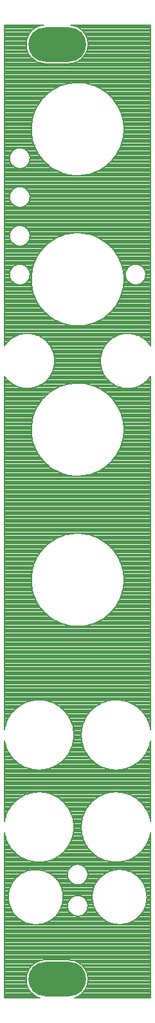
<source format=gbl>
G04 DipTrace 3.3.0.0*
G04 uPeaks_panel.GBL*
%MOIN*%
G04 #@! TF.FileFunction,Copper,L2,Bot*
G04 #@! TF.Part,Single*
G04 #@! TA.AperFunction,CopperBalancing*
%ADD15C,0.008*%
G04 #@! TA.AperFunction,ComponentPad*
%ADD17O,0.299213X0.177165*%
%FSLAX26Y26*%
G04*
G70*
G90*
G75*
G01*
G04 Bottom*
%LPD*%
X413808Y5423131D2*
D15*
X584130D1*
X787370D2*
X1170192D1*
X413808Y5415262D2*
X569473D1*
X802027D2*
X1170192D1*
X413808Y5407394D2*
X558958D1*
X812542D2*
X1170192D1*
X413808Y5399525D2*
X550755D1*
X820745D2*
X1170192D1*
X413808Y5391656D2*
X544161D1*
X827339D2*
X1170192D1*
X413808Y5383787D2*
X538802D1*
X832698D2*
X1170192D1*
X413808Y5375919D2*
X534442D1*
X837058D2*
X1170192D1*
X413808Y5368050D2*
X530942D1*
X840542D2*
X1170192D1*
X413808Y5360181D2*
X528223D1*
X843277D2*
X1170192D1*
X413808Y5352312D2*
X526208D1*
X845277D2*
X1170192D1*
X413808Y5344444D2*
X524864D1*
X846636D2*
X1170192D1*
X413808Y5336575D2*
X524145D1*
X847339D2*
X1170192D1*
X413808Y5328706D2*
X524067D1*
X847433D2*
X1170192D1*
X413808Y5320837D2*
X524598D1*
X846902D2*
X1170192D1*
X413808Y5312969D2*
X525755D1*
X845745D2*
X1170192D1*
X413808Y5305100D2*
X527567D1*
X843917D2*
X1170192D1*
X413808Y5297231D2*
X530083D1*
X841417D2*
X1170192D1*
X413808Y5289362D2*
X533348D1*
X838152D2*
X1170192D1*
X413808Y5281493D2*
X537442D1*
X834058D2*
X1170192D1*
X413808Y5273625D2*
X542489D1*
X829011D2*
X1170192D1*
X413808Y5265756D2*
X548708D1*
X822792D2*
X1170192D1*
X413808Y5257887D2*
X556380D1*
X815120D2*
X1170192D1*
X413808Y5250018D2*
X566114D1*
X805370D2*
X1170192D1*
X413808Y5242150D2*
X579239D1*
X792261D2*
X1170192D1*
X413808Y5234281D2*
X600927D1*
X770573D2*
X1170192D1*
X413808Y5226412D2*
X1170192D1*
X413808Y5218543D2*
X1170192D1*
X413808Y5210675D2*
X1170192D1*
X413808Y5202806D2*
X1170192D1*
X413808Y5194937D2*
X1170192D1*
X413808Y5187068D2*
X1170192D1*
X413808Y5179199D2*
X1170192D1*
X413808Y5171331D2*
X1170192D1*
X413808Y5163462D2*
X1170192D1*
X413808Y5155593D2*
X1170192D1*
X413808Y5147724D2*
X1170192D1*
X413808Y5139856D2*
X1170192D1*
X413808Y5131987D2*
X757567D1*
X826433D2*
X1170192D1*
X413808Y5124118D2*
X721817D1*
X862183D2*
X1170192D1*
X413808Y5116249D2*
X699692D1*
X884308D2*
X1170192D1*
X413808Y5108381D2*
X682520D1*
X901480D2*
X1170192D1*
X413808Y5100512D2*
X668223D1*
X915777D2*
X1170192D1*
X413808Y5092643D2*
X655880D1*
X928120D2*
X1170192D1*
X413808Y5084774D2*
X645005D1*
X938995D2*
X1170192D1*
X413808Y5076906D2*
X635270D1*
X948730D2*
X1170192D1*
X413808Y5069037D2*
X626489D1*
X957511D2*
X1170192D1*
X413808Y5061168D2*
X618505D1*
X965495D2*
X1170192D1*
X413808Y5053299D2*
X611223D1*
X972777D2*
X1170192D1*
X413808Y5045430D2*
X604552D1*
X979448D2*
X1170192D1*
X413808Y5037562D2*
X598427D1*
X985573D2*
X1170192D1*
X413808Y5029693D2*
X592817D1*
X991183D2*
X1170192D1*
X413808Y5021824D2*
X587661D1*
X996339D2*
X1170192D1*
X413808Y5013955D2*
X582927D1*
X1001073D2*
X1170192D1*
X413808Y5006087D2*
X578583D1*
X1005417D2*
X1170192D1*
X413808Y4998218D2*
X574614D1*
X1009386D2*
X1170192D1*
X413808Y4990349D2*
X571005D1*
X1012995D2*
X1170192D1*
X413808Y4982480D2*
X567723D1*
X1016277D2*
X1170192D1*
X413808Y4974612D2*
X564770D1*
X1019230D2*
X1170192D1*
X413808Y4966743D2*
X562114D1*
X1021886D2*
X1170192D1*
X413808Y4958874D2*
X559770D1*
X1024230D2*
X1170192D1*
X413808Y4951005D2*
X557708D1*
X1026292D2*
X1170192D1*
X413808Y4943136D2*
X555927D1*
X1028073D2*
X1170192D1*
X413808Y4935268D2*
X554411D1*
X1029589D2*
X1170192D1*
X413808Y4927399D2*
X553177D1*
X1030823D2*
X1170192D1*
X413808Y4919530D2*
X552208D1*
X1031792D2*
X1170192D1*
X413808Y4911661D2*
X551505D1*
X1032495D2*
X1170192D1*
X413808Y4903793D2*
X551052D1*
X1032948D2*
X1170192D1*
X413808Y4895924D2*
X550848D1*
X1033152D2*
X1170192D1*
X413808Y4888055D2*
X550927D1*
X1033073D2*
X1170192D1*
X413808Y4880186D2*
X551239D1*
X1032761D2*
X1170192D1*
X413808Y4872318D2*
X551833D1*
X1032167D2*
X1170192D1*
X413808Y4864449D2*
X552677D1*
X1031323D2*
X1170192D1*
X413808Y4856580D2*
X553786D1*
X1030214D2*
X1170192D1*
X413808Y4848711D2*
X555161D1*
X1028839D2*
X1170192D1*
X413808Y4840843D2*
X556802D1*
X1027198D2*
X1170192D1*
X413808Y4832974D2*
X558723D1*
X1025277D2*
X1170192D1*
X413808Y4825105D2*
X560927D1*
X1023073D2*
X1170192D1*
X413808Y4817236D2*
X563442D1*
X1020558D2*
X1170192D1*
X413808Y4809367D2*
X566239D1*
X1017761D2*
X1170192D1*
X413808Y4801499D2*
X569364D1*
X1014636D2*
X1170192D1*
X413808Y4793630D2*
X471645D1*
X512355D2*
X572802D1*
X1011198D2*
X1170192D1*
X413808Y4785761D2*
X458005D1*
X525995D2*
X576598D1*
X1007402D2*
X1170192D1*
X413808Y4777892D2*
X450005D1*
X533995D2*
X580755D1*
X1003245D2*
X1170192D1*
X413808Y4770024D2*
X444630D1*
X539370D2*
X585286D1*
X998714D2*
X1170192D1*
X413808Y4762155D2*
X441036D1*
X542964D2*
X590239D1*
X993761D2*
X1170192D1*
X413808Y4754286D2*
X438864D1*
X545136D2*
X595630D1*
X988370D2*
X1170192D1*
X413808Y4746417D2*
X437911D1*
X546089D2*
X601489D1*
X982511D2*
X1170192D1*
X413808Y4738549D2*
X438130D1*
X545870D2*
X607880D1*
X976120D2*
X1170192D1*
X413808Y4730680D2*
X439552D1*
X544448D2*
X614864D1*
X969136D2*
X1170192D1*
X413808Y4722811D2*
X442239D1*
X541761D2*
X622489D1*
X961511D2*
X1170192D1*
X413808Y4714942D2*
X446458D1*
X537542D2*
X630864D1*
X953136D2*
X1170192D1*
X413808Y4707073D2*
X452708D1*
X531292D2*
X640114D1*
X943886D2*
X1170192D1*
X413808Y4699205D2*
X462239D1*
X521761D2*
X650411D1*
X933589D2*
X1170192D1*
X413808Y4691336D2*
X482708D1*
X501292D2*
X661989D1*
X922011D2*
X1170192D1*
X413808Y4683467D2*
X675255D1*
X908745D2*
X1170192D1*
X413808Y4675598D2*
X690848D1*
X893152D2*
X1170192D1*
X413808Y4667730D2*
X710145D1*
X873855D2*
X1170192D1*
X413808Y4659861D2*
X736911D1*
X847089D2*
X1170192D1*
X413808Y4651992D2*
X1170192D1*
X413808Y4644123D2*
X1170192D1*
X413808Y4636255D2*
X1170192D1*
X413808Y4628386D2*
X1170192D1*
X413808Y4620517D2*
X1170192D1*
X413808Y4612648D2*
X1170192D1*
X413808Y4604780D2*
X1170192D1*
X413808Y4596911D2*
X484411D1*
X499589D2*
X1170192D1*
X413808Y4589042D2*
X462614D1*
X521386D2*
X1170192D1*
X413808Y4581173D2*
X452942D1*
X531058D2*
X1170192D1*
X413808Y4573304D2*
X446630D1*
X537370D2*
X1170192D1*
X413808Y4565436D2*
X442348D1*
X541652D2*
X1170192D1*
X413808Y4557567D2*
X439614D1*
X544386D2*
X1170192D1*
X413808Y4549698D2*
X438161D1*
X545839D2*
X1170192D1*
X413808Y4541829D2*
X437895D1*
X546105D2*
X1170192D1*
X413808Y4533961D2*
X438817D1*
X545183D2*
X1170192D1*
X413808Y4526092D2*
X440958D1*
X543042D2*
X1170192D1*
X413808Y4518223D2*
X444505D1*
X539495D2*
X1170192D1*
X413808Y4510354D2*
X449802D1*
X534198D2*
X1170192D1*
X413808Y4502486D2*
X457708D1*
X526292D2*
X1170192D1*
X413808Y4494617D2*
X471036D1*
X512964D2*
X1170192D1*
X413808Y4486748D2*
X1170192D1*
X413808Y4478879D2*
X1170192D1*
X413808Y4471010D2*
X1170192D1*
X413808Y4463142D2*
X1170192D1*
X413808Y4455273D2*
X1170192D1*
X413808Y4447404D2*
X1170192D1*
X413808Y4439535D2*
X1170192D1*
X413808Y4431667D2*
X1170192D1*
X413808Y4423798D2*
X1170192D1*
X413808Y4415929D2*
X1170192D1*
X413808Y4408060D2*
X1170192D1*
X413808Y4400192D2*
X1170192D1*
X413808Y4392323D2*
X468614D1*
X515386D2*
X1170192D1*
X413808Y4384454D2*
X456427D1*
X527573D2*
X1170192D1*
X413808Y4376585D2*
X448958D1*
X535042D2*
X1170192D1*
X413808Y4368717D2*
X443927D1*
X540073D2*
X1170192D1*
X413808Y4360848D2*
X440583D1*
X543417D2*
X1170192D1*
X413808Y4352979D2*
X438614D1*
X545386D2*
X736223D1*
X847777D2*
X1170192D1*
X413808Y4345110D2*
X437864D1*
X546136D2*
X709692D1*
X874308D2*
X1170192D1*
X413808Y4337241D2*
X438286D1*
X545714D2*
X690505D1*
X893495D2*
X1170192D1*
X413808Y4329373D2*
X439895D1*
X544105D2*
X674958D1*
X909042D2*
X1170192D1*
X413808Y4321504D2*
X442833D1*
X541167D2*
X661739D1*
X922261D2*
X1170192D1*
X413808Y4313635D2*
X447348D1*
X536652D2*
X650177D1*
X933823D2*
X1170192D1*
X413808Y4305766D2*
X454005D1*
X529995D2*
X639911D1*
X944089D2*
X1170192D1*
X413808Y4297898D2*
X464364D1*
X519636D2*
X630692D1*
X953308D2*
X1170192D1*
X413808Y4290029D2*
X622333D1*
X961667D2*
X1170192D1*
X413808Y4282160D2*
X614708D1*
X969292D2*
X1170192D1*
X413808Y4274291D2*
X607755D1*
X976245D2*
X1170192D1*
X413808Y4266423D2*
X601364D1*
X982636D2*
X1170192D1*
X413808Y4258554D2*
X595505D1*
X988495D2*
X1170192D1*
X413808Y4250685D2*
X590130D1*
X993870D2*
X1170192D1*
X413808Y4242816D2*
X585192D1*
X998808D2*
X1170192D1*
X413808Y4234948D2*
X580661D1*
X1003339D2*
X1170192D1*
X413808Y4227079D2*
X576520D1*
X1007480D2*
X1170192D1*
X413808Y4219210D2*
X572739D1*
X1011261D2*
X1170192D1*
X413808Y4211341D2*
X569302D1*
X1014698D2*
X1170192D1*
X413808Y4203472D2*
X566177D1*
X1017823D2*
X1170192D1*
X413808Y4195604D2*
X477692D1*
X506308D2*
X563380D1*
X1020620D2*
X1077692D1*
X1106308D2*
X1170192D1*
X413808Y4187735D2*
X460661D1*
X523339D2*
X560880D1*
X1023120D2*
X1060661D1*
X1123339D2*
X1170192D1*
X413808Y4179866D2*
X451708D1*
X532292D2*
X558677D1*
X1025323D2*
X1051708D1*
X1132292D2*
X1170192D1*
X413808Y4171997D2*
X445802D1*
X538198D2*
X556770D1*
X1027230D2*
X1045802D1*
X1138198D2*
X1170192D1*
X413808Y4164129D2*
X441802D1*
X542198D2*
X555130D1*
X1028870D2*
X1041802D1*
X1142198D2*
X1170192D1*
X413808Y4156260D2*
X439286D1*
X544714D2*
X553755D1*
X1030245D2*
X1039286D1*
X1144714D2*
X1170192D1*
X413808Y4148391D2*
X438036D1*
X545964D2*
X552645D1*
X1031355D2*
X1038036D1*
X1145964D2*
X1170192D1*
X413808Y4140522D2*
X437973D1*
X546027D2*
X551820D1*
X1032183D2*
X1037973D1*
X1146027D2*
X1170192D1*
X413808Y4132654D2*
X439083D1*
X544917D2*
X551239D1*
X1032761D2*
X1039083D1*
X1144917D2*
X1170192D1*
X413808Y4124785D2*
X441442D1*
X542558D2*
X550911D1*
X1033089D2*
X1041442D1*
X1142558D2*
X1170192D1*
X413808Y4116916D2*
X445239D1*
X538761D2*
X550864D1*
X1033136D2*
X1045239D1*
X1138761D2*
X1170192D1*
X413808Y4109047D2*
X450895D1*
X533105D2*
X551052D1*
X1032948D2*
X1050895D1*
X1133105D2*
X1170192D1*
X413808Y4101178D2*
X459395D1*
X524605D2*
X551505D1*
X1032495D2*
X1059395D1*
X1124605D2*
X1170192D1*
X413808Y4093310D2*
X474583D1*
X509417D2*
X552223D1*
X1031777D2*
X1074583D1*
X1109417D2*
X1170192D1*
X413808Y4085441D2*
X553208D1*
X1030792D2*
X1170192D1*
X413808Y4077572D2*
X554442D1*
X1029558D2*
X1170192D1*
X413808Y4069703D2*
X555958D1*
X1028042D2*
X1170192D1*
X413808Y4061835D2*
X557739D1*
X1026261D2*
X1170192D1*
X413808Y4053966D2*
X559817D1*
X1024183D2*
X1170192D1*
X413808Y4046097D2*
X562177D1*
X1021823D2*
X1170192D1*
X413808Y4038228D2*
X564833D1*
X1019167D2*
X1170192D1*
X413808Y4030360D2*
X567786D1*
X1016214D2*
X1170192D1*
X413808Y4022491D2*
X571083D1*
X1012917D2*
X1170192D1*
X413808Y4014622D2*
X574692D1*
X1009308D2*
X1170192D1*
X413808Y4006753D2*
X578661D1*
X1005339D2*
X1170192D1*
X413808Y3998885D2*
X583020D1*
X1000980D2*
X1170192D1*
X413808Y3991016D2*
X587755D1*
X996245D2*
X1170192D1*
X413808Y3983147D2*
X592927D1*
X991073D2*
X1170192D1*
X413808Y3975278D2*
X598552D1*
X985448D2*
X1170192D1*
X413808Y3967409D2*
X604677D1*
X979323D2*
X1170192D1*
X413808Y3959541D2*
X611364D1*
X972636D2*
X1170192D1*
X413808Y3951672D2*
X618661D1*
X965339D2*
X1170192D1*
X413808Y3943803D2*
X626661D1*
X957339D2*
X1170192D1*
X413808Y3935934D2*
X635458D1*
X948542D2*
X1170192D1*
X413808Y3928066D2*
X645208D1*
X938792D2*
X1170192D1*
X413808Y3920197D2*
X656114D1*
X927886D2*
X1170192D1*
X413808Y3912328D2*
X668505D1*
X915495D2*
X1170192D1*
X413808Y3904459D2*
X682848D1*
X901152D2*
X1170192D1*
X413808Y3896591D2*
X700083D1*
X883917D2*
X1170192D1*
X413808Y3888722D2*
X722348D1*
X861652D2*
X1170192D1*
X413808Y3880853D2*
X758723D1*
X825277D2*
X1170192D1*
X413808Y3872984D2*
X1170192D1*
X413808Y3865115D2*
X1170192D1*
X413808Y3857247D2*
X1170192D1*
X413808Y3849378D2*
X1170192D1*
X413808Y3841509D2*
X1170192D1*
X413808Y3833640D2*
X487739D1*
X576105D2*
X1007864D1*
X1096214D2*
X1170192D1*
X413808Y3825772D2*
X468270D1*
X595573D2*
X988395D1*
X1115683D2*
X1170192D1*
X413808Y3817903D2*
X454348D1*
X609495D2*
X974458D1*
X1129620D2*
X1170192D1*
X413808Y3810034D2*
X443286D1*
X620558D2*
X963411D1*
X1140667D2*
X1170192D1*
X413808Y3802165D2*
X434114D1*
X629730D2*
X954223D1*
X1149855D2*
X1170192D1*
X413808Y3794297D2*
X426317D1*
X637527D2*
X946427D1*
X1157652D2*
X1170192D1*
X413808Y3786428D2*
X419622D1*
X644230D2*
X939739D1*
X1164339D2*
X1170192D1*
X650011Y3778559D2*
X933942D1*
X655027Y3770690D2*
X928927D1*
X659355Y3762822D2*
X924598D1*
X663073Y3754953D2*
X920895D1*
X666214Y3747084D2*
X917739D1*
X668839Y3739215D2*
X915130D1*
X670948Y3731346D2*
X913005D1*
X672605Y3723478D2*
X911364D1*
X673792Y3715609D2*
X910161D1*
X674542Y3707740D2*
X909427D1*
X674839Y3699871D2*
X909114D1*
X674714Y3692003D2*
X909255D1*
X674152Y3684134D2*
X909817D1*
X673136Y3676265D2*
X910833D1*
X671667Y3668396D2*
X912286D1*
X669745Y3660528D2*
X914223D1*
X667323Y3652659D2*
X916630D1*
X664402Y3644790D2*
X919567D1*
X660917Y3636921D2*
X923036D1*
X656855Y3629052D2*
X927114D1*
X652120Y3621184D2*
X931848D1*
X413808Y3613315D2*
X417187D1*
X646652D2*
X937302D1*
X1166777D2*
X1170211D1*
X413808Y3605446D2*
X423505D1*
X640339D2*
X943630D1*
X1160448D2*
X1170192D1*
X413808Y3597577D2*
X430833D1*
X633011D2*
X950942D1*
X1153136D2*
X1170192D1*
X413808Y3589709D2*
X439411D1*
X624433D2*
X959520D1*
X1144558D2*
X1170192D1*
X413808Y3581840D2*
X449630D1*
X614214D2*
X756536D1*
X827464D2*
X969755D1*
X1134323D2*
X1170192D1*
X413808Y3573971D2*
X462239D1*
X601605D2*
X721333D1*
X862667D2*
X982348D1*
X1121730D2*
X1170192D1*
X413808Y3566102D2*
X478895D1*
X584948D2*
X699333D1*
X884667D2*
X999020D1*
X1105058D2*
X1170192D1*
X413808Y3558234D2*
X506927D1*
X556917D2*
X682239D1*
X901761D2*
X1027052D1*
X1077027D2*
X1170192D1*
X413808Y3550365D2*
X667989D1*
X916011D2*
X1170192D1*
X413808Y3542496D2*
X655677D1*
X928323D2*
X1170192D1*
X413808Y3534627D2*
X644817D1*
X939183D2*
X1170192D1*
X413808Y3526759D2*
X635098D1*
X948902D2*
X1170192D1*
X413808Y3518890D2*
X626333D1*
X957667D2*
X1170192D1*
X413808Y3511021D2*
X618364D1*
X965636D2*
X1170192D1*
X413808Y3503152D2*
X611083D1*
X972917D2*
X1170192D1*
X413808Y3495283D2*
X604427D1*
X979573D2*
X1170192D1*
X413808Y3487415D2*
X598317D1*
X985683D2*
X1170192D1*
X413808Y3479546D2*
X592708D1*
X991292D2*
X1170192D1*
X413808Y3471677D2*
X587567D1*
X996433D2*
X1170192D1*
X413808Y3463808D2*
X582833D1*
X1001167D2*
X1170192D1*
X413808Y3455940D2*
X578505D1*
X1005495D2*
X1170192D1*
X413808Y3448071D2*
X574552D1*
X1009448D2*
X1170192D1*
X413808Y3440202D2*
X570942D1*
X1013058D2*
X1170192D1*
X413808Y3432333D2*
X567677D1*
X1016323D2*
X1170192D1*
X413808Y3424465D2*
X564723D1*
X1019277D2*
X1170192D1*
X413808Y3416596D2*
X562067D1*
X1021933D2*
X1170192D1*
X413808Y3408727D2*
X559723D1*
X1024277D2*
X1170192D1*
X413808Y3400858D2*
X557677D1*
X1026323D2*
X1170192D1*
X413808Y3392990D2*
X555895D1*
X1028105D2*
X1170192D1*
X413808Y3385121D2*
X554395D1*
X1029605D2*
X1170192D1*
X413808Y3377252D2*
X553161D1*
X1030839D2*
X1170192D1*
X413808Y3369383D2*
X552192D1*
X1031808D2*
X1170192D1*
X413808Y3361514D2*
X551489D1*
X1032511D2*
X1170192D1*
X413808Y3353646D2*
X551036D1*
X1032964D2*
X1170192D1*
X413808Y3345777D2*
X550848D1*
X1033152D2*
X1170192D1*
X413808Y3337908D2*
X550927D1*
X1033073D2*
X1170192D1*
X413808Y3330039D2*
X551255D1*
X1032745D2*
X1170192D1*
X413808Y3322171D2*
X551848D1*
X1032152D2*
X1170192D1*
X413808Y3314302D2*
X552692D1*
X1031308D2*
X1170192D1*
X413808Y3306433D2*
X553802D1*
X1030198D2*
X1170192D1*
X413808Y3298564D2*
X555177D1*
X1028823D2*
X1170192D1*
X413808Y3290696D2*
X556833D1*
X1027167D2*
X1170192D1*
X413808Y3282827D2*
X558770D1*
X1025230D2*
X1170192D1*
X413808Y3274958D2*
X560973D1*
X1023027D2*
X1170192D1*
X413808Y3267089D2*
X563489D1*
X1020511D2*
X1170192D1*
X413808Y3259220D2*
X566302D1*
X1017698D2*
X1170192D1*
X413808Y3251352D2*
X569427D1*
X1014573D2*
X1170192D1*
X413808Y3243483D2*
X572880D1*
X1011120D2*
X1170192D1*
X413808Y3235614D2*
X576677D1*
X1007323D2*
X1170192D1*
X413808Y3227745D2*
X580833D1*
X1003167D2*
X1170192D1*
X413808Y3219877D2*
X585380D1*
X998620D2*
X1170192D1*
X413808Y3212008D2*
X590333D1*
X993667D2*
X1170192D1*
X413808Y3204139D2*
X595739D1*
X988261D2*
X1170192D1*
X413808Y3196270D2*
X601614D1*
X982386D2*
X1170192D1*
X413808Y3188402D2*
X608005D1*
X975995D2*
X1170192D1*
X413808Y3180533D2*
X615005D1*
X968995D2*
X1170192D1*
X413808Y3172664D2*
X622645D1*
X961355D2*
X1170192D1*
X413808Y3164795D2*
X631036D1*
X952964D2*
X1170192D1*
X413808Y3156927D2*
X640302D1*
X943698D2*
X1170192D1*
X413808Y3149058D2*
X650614D1*
X933386D2*
X1170192D1*
X413808Y3141189D2*
X662223D1*
X921777D2*
X1170192D1*
X413808Y3133320D2*
X675520D1*
X908480D2*
X1170192D1*
X413808Y3125451D2*
X691177D1*
X892823D2*
X1170192D1*
X413808Y3117583D2*
X710552D1*
X873448D2*
X1170192D1*
X413808Y3109714D2*
X737552D1*
X846448D2*
X1170192D1*
X413808Y3101845D2*
X1170192D1*
X413808Y3093976D2*
X1170192D1*
X413808Y3086108D2*
X1170192D1*
X413808Y3078239D2*
X1170192D1*
X413808Y3070370D2*
X1170192D1*
X413808Y3062501D2*
X1170192D1*
X413808Y3054633D2*
X1170192D1*
X413808Y3046764D2*
X1170192D1*
X413808Y3038895D2*
X1170192D1*
X413808Y3031026D2*
X1170192D1*
X413808Y3023157D2*
X1170192D1*
X413808Y3015289D2*
X1170192D1*
X413808Y3007420D2*
X1170192D1*
X413808Y2999551D2*
X1170192D1*
X413808Y2991682D2*
X1170192D1*
X413808Y2983814D2*
X1170192D1*
X413808Y2975945D2*
X1170192D1*
X413808Y2968076D2*
X1170192D1*
X413808Y2960207D2*
X1170192D1*
X413808Y2952339D2*
X1170192D1*
X413808Y2944470D2*
X1170192D1*
X413808Y2936601D2*
X1170192D1*
X413808Y2928732D2*
X1170192D1*
X413808Y2920864D2*
X1170192D1*
X413808Y2912995D2*
X1170192D1*
X413808Y2905126D2*
X1170192D1*
X413808Y2897257D2*
X1170192D1*
X413808Y2889388D2*
X1170192D1*
X413808Y2881520D2*
X1170192D1*
X413808Y2873651D2*
X1170192D1*
X413808Y2865782D2*
X1170192D1*
X413808Y2857913D2*
X1170192D1*
X413808Y2850045D2*
X1170192D1*
X413808Y2842176D2*
X1170192D1*
X413808Y2834307D2*
X1170192D1*
X413808Y2826438D2*
X1170192D1*
X413808Y2818570D2*
X1170192D1*
X413808Y2810701D2*
X1170192D1*
X413808Y2802832D2*
X735598D1*
X848402D2*
X1170192D1*
X413808Y2794963D2*
X709286D1*
X874714D2*
X1170192D1*
X413808Y2787094D2*
X690192D1*
X893808D2*
X1170192D1*
X413808Y2779226D2*
X674692D1*
X909308D2*
X1170192D1*
X413808Y2771357D2*
X661505D1*
X922495D2*
X1170192D1*
X413808Y2763488D2*
X649973D1*
X934027D2*
X1170192D1*
X413808Y2755619D2*
X639739D1*
X944261D2*
X1170192D1*
X413808Y2747751D2*
X630520D1*
X953480D2*
X1170192D1*
X413808Y2739882D2*
X622177D1*
X961823D2*
X1170192D1*
X413808Y2732013D2*
X614583D1*
X969417D2*
X1170192D1*
X413808Y2724144D2*
X607630D1*
X976370D2*
X1170192D1*
X413808Y2716276D2*
X601255D1*
X982745D2*
X1170192D1*
X413808Y2708407D2*
X595411D1*
X988589D2*
X1170192D1*
X413808Y2700538D2*
X590036D1*
X993964D2*
X1170192D1*
X413808Y2692669D2*
X585098D1*
X998902D2*
X1170192D1*
X413808Y2684801D2*
X580583D1*
X1003417D2*
X1170192D1*
X413808Y2676932D2*
X576442D1*
X1007558D2*
X1170192D1*
X413808Y2669063D2*
X572661D1*
X1011339D2*
X1170192D1*
X413808Y2661194D2*
X569239D1*
X1014761D2*
X1170192D1*
X413808Y2653325D2*
X566130D1*
X1017870D2*
X1170192D1*
X413808Y2645457D2*
X563333D1*
X1020667D2*
X1170192D1*
X413808Y2637588D2*
X560848D1*
X1023152D2*
X1170192D1*
X413808Y2629719D2*
X558645D1*
X1025355D2*
X1170192D1*
X413808Y2621850D2*
X556723D1*
X1027277D2*
X1170192D1*
X413808Y2613982D2*
X555098D1*
X1028902D2*
X1170192D1*
X413808Y2606113D2*
X553723D1*
X1030277D2*
X1170192D1*
X413808Y2598244D2*
X552630D1*
X1031370D2*
X1170192D1*
X413808Y2590375D2*
X551802D1*
X1032198D2*
X1170192D1*
X413808Y2582507D2*
X551223D1*
X1032777D2*
X1170192D1*
X413808Y2574638D2*
X550911D1*
X1033089D2*
X1170192D1*
X413808Y2566769D2*
X550864D1*
X1033136D2*
X1170192D1*
X413808Y2558900D2*
X551067D1*
X1032933D2*
X1170192D1*
X413808Y2551031D2*
X551520D1*
X1032480D2*
X1170192D1*
X413808Y2543163D2*
X552239D1*
X1031761D2*
X1170192D1*
X413808Y2535294D2*
X553223D1*
X1030777D2*
X1170192D1*
X413808Y2527425D2*
X554473D1*
X1029527D2*
X1170192D1*
X413808Y2519556D2*
X555989D1*
X1028011D2*
X1170192D1*
X413808Y2511688D2*
X557786D1*
X1026214D2*
X1170192D1*
X413808Y2503819D2*
X559848D1*
X1024152D2*
X1170192D1*
X413808Y2495950D2*
X562223D1*
X1021777D2*
X1170192D1*
X413808Y2488081D2*
X564880D1*
X1019120D2*
X1170192D1*
X413808Y2480213D2*
X567848D1*
X1016152D2*
X1170192D1*
X413808Y2472344D2*
X571145D1*
X1012855D2*
X1170192D1*
X413808Y2464475D2*
X574770D1*
X1009230D2*
X1170192D1*
X413808Y2456606D2*
X578739D1*
X1005261D2*
X1170192D1*
X413808Y2448738D2*
X583098D1*
X1000902D2*
X1170192D1*
X413808Y2440869D2*
X587848D1*
X996152D2*
X1170192D1*
X413808Y2433000D2*
X593020D1*
X990980D2*
X1170192D1*
X413808Y2425131D2*
X598661D1*
X985339D2*
X1170192D1*
X413808Y2417262D2*
X604802D1*
X979198D2*
X1170192D1*
X413808Y2409394D2*
X611489D1*
X972511D2*
X1170192D1*
X413808Y2401525D2*
X618802D1*
X965198D2*
X1170192D1*
X413808Y2393656D2*
X626817D1*
X957183D2*
X1170192D1*
X413808Y2385787D2*
X635630D1*
X948370D2*
X1170192D1*
X413808Y2377919D2*
X645395D1*
X938605D2*
X1170192D1*
X413808Y2370050D2*
X656333D1*
X927667D2*
X1170192D1*
X413808Y2362181D2*
X668739D1*
X915261D2*
X1170192D1*
X413808Y2354312D2*
X683130D1*
X900870D2*
X1170192D1*
X413808Y2346444D2*
X700442D1*
X883558D2*
X1170192D1*
X413808Y2338575D2*
X722833D1*
X861167D2*
X1170192D1*
X413808Y2330706D2*
X759817D1*
X824183D2*
X1170192D1*
X413808Y2322837D2*
X1170192D1*
X413808Y2314969D2*
X1170192D1*
X413808Y2307100D2*
X1170192D1*
X413808Y2299231D2*
X1170192D1*
X413808Y2291362D2*
X1170192D1*
X413808Y2283493D2*
X1170192D1*
X413808Y2275625D2*
X1170192D1*
X413808Y2267756D2*
X1170192D1*
X413808Y2259887D2*
X1170192D1*
X413808Y2252018D2*
X1170192D1*
X413808Y2244150D2*
X1170192D1*
X413808Y2236281D2*
X1170192D1*
X413808Y2228412D2*
X1170192D1*
X413808Y2220543D2*
X1170192D1*
X413808Y2212675D2*
X1170192D1*
X413808Y2204806D2*
X1170192D1*
X413808Y2196937D2*
X1170192D1*
X413808Y2189068D2*
X1170192D1*
X413808Y2181199D2*
X1170192D1*
X413808Y2173331D2*
X1170192D1*
X413808Y2165462D2*
X1170192D1*
X413808Y2157593D2*
X1170192D1*
X413808Y2149724D2*
X1170192D1*
X413808Y2141856D2*
X1170192D1*
X413808Y2133987D2*
X1170192D1*
X413808Y2126118D2*
X1170192D1*
X413808Y2118249D2*
X1170192D1*
X413808Y2110381D2*
X1170192D1*
X413808Y2102512D2*
X1170192D1*
X413808Y2094643D2*
X1170192D1*
X413808Y2086774D2*
X1170192D1*
X413808Y2078906D2*
X1170192D1*
X413808Y2071037D2*
X1170192D1*
X413808Y2063168D2*
X1170192D1*
X413808Y2055299D2*
X1170192D1*
X413808Y2047430D2*
X1170192D1*
X413808Y2039562D2*
X1170192D1*
X413808Y2031693D2*
X1170192D1*
X413808Y2023824D2*
X1170192D1*
X413808Y2015955D2*
X1170192D1*
X413808Y2008087D2*
X1170192D1*
X413808Y2000218D2*
X1170192D1*
X413808Y1992349D2*
X1170192D1*
X413808Y1984480D2*
X1170192D1*
X413808Y1976612D2*
X1170192D1*
X413808Y1968743D2*
X1170192D1*
X413808Y1960874D2*
X1170192D1*
X413808Y1953005D2*
X1170192D1*
X413808Y1945136D2*
X548255D1*
X635745D2*
X948255D1*
X1035745D2*
X1170192D1*
X413808Y1937268D2*
X523708D1*
X660292D2*
X923708D1*
X1060292D2*
X1170192D1*
X413808Y1929399D2*
X506692D1*
X677308D2*
X906692D1*
X1077308D2*
X1170192D1*
X413808Y1921530D2*
X493208D1*
X690792D2*
X893208D1*
X1090792D2*
X1170192D1*
X413808Y1913661D2*
X481927D1*
X702073D2*
X881927D1*
X1102073D2*
X1170192D1*
X413808Y1905793D2*
X472223D1*
X711777D2*
X872223D1*
X1111777D2*
X1170192D1*
X413808Y1897924D2*
X463739D1*
X720261D2*
X863739D1*
X1120261D2*
X1170192D1*
X413808Y1890055D2*
X456239D1*
X727761D2*
X856239D1*
X1127761D2*
X1170192D1*
X413808Y1882186D2*
X449583D1*
X734417D2*
X849583D1*
X1134417D2*
X1170192D1*
X413808Y1874318D2*
X443630D1*
X740370D2*
X843630D1*
X1140370D2*
X1170192D1*
X413808Y1866449D2*
X438317D1*
X745683D2*
X838317D1*
X1145683D2*
X1170192D1*
X413808Y1858580D2*
X433583D1*
X750417D2*
X833583D1*
X1150417D2*
X1170192D1*
X413808Y1850711D2*
X429364D1*
X754636D2*
X829364D1*
X1154636D2*
X1170192D1*
X413808Y1842843D2*
X425630D1*
X758370D2*
X825630D1*
X1158370D2*
X1170192D1*
X413808Y1834974D2*
X422333D1*
X761667D2*
X822333D1*
X1161667D2*
X1170192D1*
X413808Y1827105D2*
X419466D1*
X764527D2*
X819473D1*
X1164527D2*
X1170192D1*
X413808Y1819236D2*
X417000D1*
X766995D2*
X817005D1*
X1166995D2*
X1170193D1*
X769073Y1811367D2*
X814927D1*
X770777Y1803499D2*
X813223D1*
X772136Y1795630D2*
X811864D1*
X773120Y1787761D2*
X810880D1*
X773777Y1779892D2*
X810223D1*
X774073Y1772024D2*
X809927D1*
X774027Y1764155D2*
X809973D1*
X773652Y1756286D2*
X810348D1*
X772917Y1748417D2*
X811083D1*
X771855Y1740549D2*
X812145D1*
X770417Y1732680D2*
X813583D1*
X768636Y1724811D2*
X815364D1*
X413808Y1716942D2*
X417531D1*
X766464D2*
X817536D1*
X1166464D2*
X1170208D1*
X413808Y1709073D2*
X420091D1*
X763902D2*
X820098D1*
X1163902D2*
X1170192D1*
X413808Y1701205D2*
X423052D1*
X760948D2*
X823052D1*
X1160948D2*
X1170192D1*
X413808Y1693336D2*
X426442D1*
X757558D2*
X826442D1*
X1157558D2*
X1170192D1*
X413808Y1685467D2*
X430302D1*
X753698D2*
X830302D1*
X1153698D2*
X1170192D1*
X413808Y1677598D2*
X434630D1*
X749370D2*
X834630D1*
X1149370D2*
X1170192D1*
X413808Y1669730D2*
X439489D1*
X744511D2*
X839489D1*
X1144511D2*
X1170192D1*
X413808Y1661861D2*
X444942D1*
X739058D2*
X844942D1*
X1139058D2*
X1170192D1*
X413808Y1653992D2*
X451052D1*
X732948D2*
X851052D1*
X1132948D2*
X1170192D1*
X413808Y1646123D2*
X457895D1*
X726105D2*
X857895D1*
X1126105D2*
X1170192D1*
X413808Y1638255D2*
X465598D1*
X718402D2*
X865598D1*
X1118402D2*
X1170192D1*
X413808Y1630386D2*
X474348D1*
X709652D2*
X874348D1*
X1109652D2*
X1170192D1*
X413808Y1622517D2*
X484380D1*
X699620D2*
X884380D1*
X1099620D2*
X1170192D1*
X413808Y1614648D2*
X496098D1*
X687902D2*
X896098D1*
X1087902D2*
X1170192D1*
X413808Y1606780D2*
X510255D1*
X673745D2*
X910255D1*
X1073745D2*
X1170192D1*
X413808Y1598911D2*
X528442D1*
X655558D2*
X928442D1*
X1055558D2*
X1170192D1*
X413808Y1591042D2*
X556567D1*
X627433D2*
X956567D1*
X1027433D2*
X1170192D1*
X413808Y1583173D2*
X1170192D1*
X413808Y1575304D2*
X1170192D1*
X413808Y1567436D2*
X1170192D1*
X413808Y1559567D2*
X1170192D1*
X413808Y1551698D2*
X1170192D1*
X413808Y1543829D2*
X1170192D1*
X413808Y1535961D2*
X1170192D1*
X413808Y1528092D2*
X1170192D1*
X413808Y1520223D2*
X1170192D1*
X413808Y1512354D2*
X1170192D1*
X413808Y1504486D2*
X1170192D1*
X413808Y1496617D2*
X1170192D1*
X413808Y1488748D2*
X1170192D1*
X413808Y1480879D2*
X1170192D1*
X413808Y1473010D2*
X562505D1*
X621495D2*
X962505D1*
X1021495D2*
X1170192D1*
X413808Y1465142D2*
X531380D1*
X652620D2*
X931380D1*
X1052620D2*
X1170192D1*
X413808Y1457273D2*
X512395D1*
X671605D2*
X912395D1*
X1071605D2*
X1170192D1*
X413808Y1449404D2*
X497833D1*
X686167D2*
X897833D1*
X1086167D2*
X1170192D1*
X413808Y1441535D2*
X485833D1*
X698167D2*
X885833D1*
X1098167D2*
X1170192D1*
X413808Y1433667D2*
X475614D1*
X708386D2*
X875614D1*
X1108386D2*
X1170192D1*
X413808Y1425798D2*
X466708D1*
X717292D2*
X866708D1*
X1117292D2*
X1170192D1*
X413808Y1417929D2*
X458880D1*
X725120D2*
X858880D1*
X1125120D2*
X1170192D1*
X413808Y1410060D2*
X451927D1*
X732073D2*
X851927D1*
X1132073D2*
X1170192D1*
X413808Y1402192D2*
X445723D1*
X738277D2*
X845723D1*
X1138277D2*
X1170192D1*
X413808Y1394323D2*
X440192D1*
X743808D2*
X840192D1*
X1143808D2*
X1170192D1*
X413808Y1386454D2*
X435255D1*
X748745D2*
X835255D1*
X1148745D2*
X1170192D1*
X413808Y1378585D2*
X430848D1*
X753152D2*
X830848D1*
X1153152D2*
X1170192D1*
X413808Y1370717D2*
X426942D1*
X757058D2*
X826942D1*
X1157058D2*
X1170192D1*
X413808Y1362848D2*
X423489D1*
X760511D2*
X823489D1*
X1160511D2*
X1170192D1*
X413808Y1354979D2*
X420473D1*
X763527D2*
X820473D1*
X1163527D2*
X1170192D1*
X413808Y1347110D2*
X417843D1*
X766136D2*
X817864D1*
X1166136D2*
X1170209D1*
X768355Y1339241D2*
X815645D1*
X770198Y1331373D2*
X813802D1*
X771683Y1323504D2*
X812317D1*
X772808Y1315635D2*
X811192D1*
X773573Y1307766D2*
X810427D1*
X773995Y1299898D2*
X810005D1*
X774089Y1292029D2*
X809911D1*
X773823Y1284160D2*
X810177D1*
X773230Y1276291D2*
X810770D1*
X772277Y1268423D2*
X811723D1*
X770980Y1260554D2*
X813020D1*
X769323Y1252685D2*
X814677D1*
X413808Y1244816D2*
X416688D1*
X767292D2*
X816708D1*
X1167292D2*
X1170204D1*
X413808Y1236948D2*
X419123D1*
X764886D2*
X819114D1*
X1164886D2*
X1170192D1*
X413808Y1229079D2*
X421927D1*
X762073D2*
X821927D1*
X1162073D2*
X1170192D1*
X413808Y1221210D2*
X425161D1*
X758839D2*
X825161D1*
X1158839D2*
X1170192D1*
X413808Y1213341D2*
X428833D1*
X755167D2*
X828833D1*
X1155167D2*
X1170192D1*
X413808Y1205472D2*
X432989D1*
X751011D2*
X832989D1*
X1151011D2*
X1170192D1*
X413808Y1197604D2*
X437661D1*
X746339D2*
X837661D1*
X1146339D2*
X1170192D1*
X413808Y1189735D2*
X442880D1*
X741120D2*
X842880D1*
X1141120D2*
X1170192D1*
X413808Y1181866D2*
X448739D1*
X735261D2*
X848739D1*
X1135261D2*
X1170192D1*
X413808Y1173997D2*
X455302D1*
X728698D2*
X855302D1*
X1128698D2*
X1170192D1*
X413808Y1166129D2*
X462677D1*
X721323D2*
X862677D1*
X1121323D2*
X1170192D1*
X413808Y1158260D2*
X471020D1*
X712980D2*
X871020D1*
X1112980D2*
X1170192D1*
X413808Y1150391D2*
X480536D1*
X703464D2*
X880536D1*
X1103464D2*
X1170192D1*
X413808Y1142522D2*
X491583D1*
X692417D2*
X891583D1*
X1092417D2*
X1170192D1*
X413808Y1134654D2*
X504723D1*
X679277D2*
X904723D1*
X1079277D2*
X1170192D1*
X413808Y1126785D2*
X521145D1*
X662855D2*
X921145D1*
X1062855D2*
X1170192D1*
X413808Y1118916D2*
X544145D1*
X639855D2*
X944145D1*
X1039855D2*
X1170192D1*
X413808Y1111047D2*
X1170192D1*
X413808Y1103178D2*
X1170192D1*
X413808Y1095310D2*
X765255D1*
X818745D2*
X1170192D1*
X413808Y1087441D2*
X754536D1*
X829464D2*
X1170192D1*
X413808Y1079572D2*
X747692D1*
X836308D2*
X1170192D1*
X413808Y1071703D2*
X544739D1*
X605652D2*
X743067D1*
X840933D2*
X976364D1*
X1042636D2*
X1170192D1*
X413808Y1063835D2*
X519583D1*
X630823D2*
X740052D1*
X843948D2*
X952473D1*
X1066527D2*
X1170192D1*
X413808Y1055966D2*
X503645D1*
X646761D2*
X738348D1*
X845652D2*
X936911D1*
X1082089D2*
X1170192D1*
X413808Y1048097D2*
X491427D1*
X658980D2*
X737864D1*
X846136D2*
X924895D1*
X1094105D2*
X1170192D1*
X413808Y1040228D2*
X481458D1*
X668948D2*
X738536D1*
X845464D2*
X915067D1*
X1103933D2*
X1170192D1*
X413808Y1032360D2*
X473067D1*
X677339D2*
X740427D1*
X843573D2*
X906770D1*
X1112230D2*
X1170192D1*
X413808Y1024491D2*
X465880D1*
X684511D2*
X743661D1*
X840339D2*
X899677D1*
X1119323D2*
X1170192D1*
X413808Y1016622D2*
X459692D1*
X690714D2*
X748583D1*
X835417D2*
X893552D1*
X1125448D2*
X1170192D1*
X413808Y1008753D2*
X454333D1*
X696073D2*
X755848D1*
X828152D2*
X888255D1*
X1130745D2*
X1170192D1*
X413808Y1000885D2*
X449692D1*
X700714D2*
X767552D1*
X816448D2*
X883661D1*
X1135339D2*
X1170192D1*
X413808Y993016D2*
X445708D1*
X704698D2*
X879723D1*
X1139277D2*
X1170192D1*
X413808Y985147D2*
X442302D1*
X708105D2*
X876364D1*
X1142636D2*
X1170192D1*
X413808Y977278D2*
X439442D1*
X710964D2*
X873552D1*
X1145448D2*
X1170192D1*
X413808Y969409D2*
X437098D1*
X713308D2*
X871239D1*
X1147761D2*
X1170192D1*
X413808Y961541D2*
X435223D1*
X715167D2*
X869395D1*
X1149605D2*
X1170192D1*
X413808Y953672D2*
X433817D1*
X716573D2*
X868036D1*
X1150964D2*
X1170192D1*
X413808Y945803D2*
X432880D1*
X717527D2*
X867114D1*
X1151886D2*
X1170192D1*
X413808Y937934D2*
X432364D1*
X718027D2*
X773114D1*
X810886D2*
X866645D1*
X1152355D2*
X1170192D1*
X413808Y930066D2*
X432286D1*
X718105D2*
X758723D1*
X825277D2*
X866598D1*
X1152402D2*
X1170192D1*
X413808Y922197D2*
X432661D1*
X717745D2*
X750473D1*
X833527D2*
X867005D1*
X1151995D2*
X1170192D1*
X413808Y914328D2*
X433458D1*
X716933D2*
X744942D1*
X839058D2*
X867848D1*
X1151152D2*
X1170192D1*
X413808Y906459D2*
X434708D1*
X715683D2*
X741239D1*
X842761D2*
X869130D1*
X1149870D2*
X1170192D1*
X413808Y898591D2*
X436427D1*
X713980D2*
X738973D1*
X845027D2*
X870880D1*
X1148120D2*
X1170192D1*
X413808Y890722D2*
X438614D1*
X711792D2*
X737942D1*
X846058D2*
X873098D1*
X1145902D2*
X1170192D1*
X413808Y882853D2*
X441302D1*
X709105D2*
X738083D1*
X845917D2*
X875817D1*
X1143183D2*
X1170192D1*
X413808Y874984D2*
X444520D1*
X705886D2*
X739411D1*
X844589D2*
X879083D1*
X1139917D2*
X1170192D1*
X413808Y867115D2*
X448302D1*
X702089D2*
X742005D1*
X841995D2*
X882927D1*
X1136073D2*
X1170192D1*
X413808Y859247D2*
X452723D1*
X697683D2*
X746114D1*
X837886D2*
X887380D1*
X1131620D2*
X1170192D1*
X413808Y851378D2*
X457833D1*
X692573D2*
X752177D1*
X831823D2*
X892552D1*
X1126448D2*
X1170192D1*
X413808Y843509D2*
X463739D1*
X686667D2*
X761395D1*
X822605D2*
X898520D1*
X1120480D2*
X1170192D1*
X413808Y835640D2*
X470567D1*
X679823D2*
X779802D1*
X804198D2*
X905427D1*
X1113573D2*
X1170192D1*
X413808Y827772D2*
X478520D1*
X671870D2*
X913489D1*
X1105511D2*
X1170192D1*
X413808Y819903D2*
X487927D1*
X662480D2*
X923005D1*
X1095995D2*
X1170192D1*
X413808Y812034D2*
X499286D1*
X651105D2*
X934567D1*
X1084433D2*
X1170192D1*
X413808Y804165D2*
X513739D1*
X636667D2*
X949317D1*
X1069683D2*
X1170192D1*
X413808Y796297D2*
X534458D1*
X615948D2*
X970864D1*
X1048136D2*
X1170192D1*
X413808Y788428D2*
X1170192D1*
X413808Y780559D2*
X1170192D1*
X413808Y772690D2*
X1170192D1*
X413808Y764822D2*
X1170192D1*
X413808Y756953D2*
X1170192D1*
X413808Y749084D2*
X1170192D1*
X413808Y741215D2*
X1170192D1*
X413808Y733346D2*
X1170192D1*
X413808Y725478D2*
X1170192D1*
X413808Y717609D2*
X1170192D1*
X413808Y709740D2*
X1170192D1*
X413808Y701871D2*
X1170192D1*
X413808Y694003D2*
X1170192D1*
X413808Y686134D2*
X1170192D1*
X413808Y678265D2*
X1170192D1*
X413808Y670396D2*
X1170192D1*
X413808Y662528D2*
X1170192D1*
X413808Y654659D2*
X1170192D1*
X413808Y646790D2*
X1170192D1*
X413808Y638921D2*
X1170192D1*
X413808Y631052D2*
X1170192D1*
X413808Y623184D2*
X1170192D1*
X413808Y615315D2*
X1170192D1*
X413808Y607446D2*
X608989D1*
X762495D2*
X1170192D1*
X413808Y599577D2*
X582505D1*
X788995D2*
X1170192D1*
X413808Y591709D2*
X568395D1*
X803105D2*
X1170192D1*
X413808Y583840D2*
X558130D1*
X813370D2*
X1170192D1*
X413808Y575971D2*
X550098D1*
X821402D2*
X1170192D1*
X413808Y568102D2*
X543630D1*
X827870D2*
X1170192D1*
X413808Y560234D2*
X538364D1*
X833136D2*
X1170192D1*
X413808Y552365D2*
X534083D1*
X837417D2*
X1170192D1*
X413808Y544496D2*
X530677D1*
X840823D2*
X1170192D1*
X413808Y536627D2*
X528020D1*
X843480D2*
X1170192D1*
X413808Y528759D2*
X526067D1*
X845433D2*
X1170192D1*
X413808Y520890D2*
X524770D1*
X846730D2*
X1170192D1*
X413808Y513021D2*
X524114D1*
X847386D2*
X1170192D1*
X413808Y505152D2*
X524083D1*
X847417D2*
X1170192D1*
X413808Y497283D2*
X524677D1*
X846823D2*
X1170192D1*
X413808Y489415D2*
X525895D1*
X845605D2*
X1170192D1*
X413808Y481546D2*
X527770D1*
X843730D2*
X1170192D1*
X413808Y473677D2*
X530348D1*
X841152D2*
X1170192D1*
X413808Y465808D2*
X533677D1*
X837823D2*
X1170192D1*
X413808Y457940D2*
X537864D1*
X833636D2*
X1170192D1*
X413808Y450071D2*
X543005D1*
X828495D2*
X1170192D1*
X413808Y442202D2*
X549333D1*
X822167D2*
X1170192D1*
X413808Y434333D2*
X557177D1*
X814323D2*
X1170192D1*
X413808Y426465D2*
X567145D1*
X804355D2*
X1170192D1*
X413808Y418596D2*
X580708D1*
X790792D2*
X1170192D1*
X1171002Y1265294D2*
X1169734Y1258236D1*
X1167983Y1250431D1*
X1165890Y1242710D1*
X1163458Y1235089D1*
X1160693Y1227583D1*
X1157599Y1220206D1*
X1154182Y1212973D1*
X1150450Y1205898D1*
X1146410Y1198994D1*
X1142068Y1192275D1*
X1137435Y1185754D1*
X1132519Y1179444D1*
X1127328Y1173357D1*
X1121875Y1167505D1*
X1116168Y1161899D1*
X1110220Y1156550D1*
X1104042Y1151469D1*
X1097646Y1146665D1*
X1091043Y1142149D1*
X1084249Y1137927D1*
X1077274Y1134010D1*
X1070134Y1130404D1*
X1062841Y1127117D1*
X1055410Y1124154D1*
X1047856Y1121522D1*
X1040194Y1119226D1*
X1032437Y1117271D1*
X1024602Y1115659D1*
X1016703Y1114394D1*
X1008756Y1113479D1*
X1000777Y1112916D1*
X992780Y1112705D1*
X984782Y1112847D1*
X976798Y1113342D1*
X968843Y1114188D1*
X960934Y1115385D1*
X953085Y1116929D1*
X945312Y1118818D1*
X937630Y1121048D1*
X930053Y1123615D1*
X922598Y1126513D1*
X915277Y1129738D1*
X908106Y1133282D1*
X901098Y1137139D1*
X894267Y1141302D1*
X887626Y1145762D1*
X881189Y1150510D1*
X874967Y1155538D1*
X868973Y1160836D1*
X863218Y1166392D1*
X857715Y1172197D1*
X852472Y1178239D1*
X847502Y1184507D1*
X842812Y1190988D1*
X838414Y1197669D1*
X834314Y1204538D1*
X830521Y1211581D1*
X827042Y1218784D1*
X823885Y1226134D1*
X821055Y1233616D1*
X818558Y1241216D1*
X816398Y1248918D1*
X814580Y1256708D1*
X813108Y1264571D1*
X811984Y1272491D1*
X811210Y1280453D1*
X810789Y1288441D1*
X810720Y1296440D1*
X811004Y1304434D1*
X811640Y1312408D1*
X812628Y1320346D1*
X813965Y1328233D1*
X815648Y1336053D1*
X817675Y1343792D1*
X820041Y1351433D1*
X822742Y1358963D1*
X825772Y1366366D1*
X829126Y1373628D1*
X832798Y1380735D1*
X836779Y1387674D1*
X841062Y1394430D1*
X845639Y1400990D1*
X850501Y1407342D1*
X855639Y1413474D1*
X861042Y1419373D1*
X866699Y1425028D1*
X872601Y1430427D1*
X878736Y1435561D1*
X885091Y1440420D1*
X891654Y1444994D1*
X898412Y1449273D1*
X905352Y1453250D1*
X912462Y1456917D1*
X919726Y1460268D1*
X927131Y1463294D1*
X934662Y1465991D1*
X942304Y1468352D1*
X950044Y1470375D1*
X957865Y1472054D1*
X965753Y1473387D1*
X973691Y1474370D1*
X981666Y1475002D1*
X989660Y1475281D1*
X997659Y1475208D1*
X1005647Y1474782D1*
X1013608Y1474004D1*
X1021528Y1472876D1*
X1029390Y1471399D1*
X1037179Y1469577D1*
X1044880Y1467413D1*
X1052478Y1464912D1*
X1059959Y1462078D1*
X1067307Y1458916D1*
X1074508Y1455434D1*
X1081549Y1451637D1*
X1088416Y1447533D1*
X1095094Y1443131D1*
X1101573Y1438438D1*
X1107837Y1433464D1*
X1113877Y1428218D1*
X1119679Y1422711D1*
X1125232Y1416954D1*
X1130526Y1410957D1*
X1135551Y1404732D1*
X1140296Y1398292D1*
X1144752Y1391649D1*
X1148911Y1384816D1*
X1152764Y1377806D1*
X1156304Y1370632D1*
X1159525Y1363310D1*
X1162419Y1355853D1*
X1164982Y1348275D1*
X1167208Y1340591D1*
X1169092Y1332817D1*
X1170632Y1324967D1*
X1171000Y1322700D1*
Y1740234D1*
X1169734Y1733236D1*
X1167983Y1725431D1*
X1165890Y1717710D1*
X1163458Y1710089D1*
X1160693Y1702583D1*
X1157599Y1695206D1*
X1154182Y1687973D1*
X1150450Y1680898D1*
X1146410Y1673994D1*
X1142068Y1667275D1*
X1137435Y1660754D1*
X1132519Y1654444D1*
X1127328Y1648357D1*
X1121875Y1642505D1*
X1116168Y1636899D1*
X1110220Y1631550D1*
X1104042Y1626469D1*
X1097646Y1621665D1*
X1091043Y1617149D1*
X1084249Y1612927D1*
X1077274Y1609010D1*
X1070134Y1605404D1*
X1062841Y1602117D1*
X1055410Y1599154D1*
X1047856Y1596522D1*
X1040194Y1594226D1*
X1032437Y1592271D1*
X1024602Y1590659D1*
X1016703Y1589394D1*
X1008756Y1588479D1*
X1000777Y1587916D1*
X992780Y1587705D1*
X984782Y1587847D1*
X976798Y1588342D1*
X968843Y1589188D1*
X960934Y1590385D1*
X953085Y1591929D1*
X945312Y1593818D1*
X937630Y1596048D1*
X930053Y1598615D1*
X922598Y1601513D1*
X915277Y1604738D1*
X908106Y1608282D1*
X901098Y1612139D1*
X894267Y1616302D1*
X887626Y1620762D1*
X881189Y1625510D1*
X874967Y1630538D1*
X868973Y1635836D1*
X863218Y1641392D1*
X857715Y1647197D1*
X852472Y1653239D1*
X847502Y1659507D1*
X842812Y1665988D1*
X838414Y1672669D1*
X834314Y1679538D1*
X830521Y1686581D1*
X827042Y1693784D1*
X823885Y1701134D1*
X821055Y1708616D1*
X818558Y1716216D1*
X816398Y1723918D1*
X814580Y1731708D1*
X813108Y1739571D1*
X811984Y1747491D1*
X811210Y1755453D1*
X810789Y1763441D1*
X810720Y1771440D1*
X811004Y1779434D1*
X811640Y1787408D1*
X812628Y1795346D1*
X813965Y1803233D1*
X815648Y1811053D1*
X817675Y1818792D1*
X820041Y1826433D1*
X822742Y1833963D1*
X825772Y1841366D1*
X829126Y1848628D1*
X832798Y1855735D1*
X836779Y1862674D1*
X841062Y1869430D1*
X845639Y1875990D1*
X850501Y1882342D1*
X855639Y1888474D1*
X861042Y1894373D1*
X866699Y1900028D1*
X872601Y1905427D1*
X878736Y1910561D1*
X885091Y1915420D1*
X891654Y1919994D1*
X898412Y1924273D1*
X905352Y1928250D1*
X912462Y1931917D1*
X919726Y1935268D1*
X927131Y1938294D1*
X934662Y1940991D1*
X942304Y1943352D1*
X950044Y1945375D1*
X957865Y1947054D1*
X965753Y1948387D1*
X973691Y1949370D1*
X981666Y1950002D1*
X989660Y1950281D1*
X997659Y1950208D1*
X1005647Y1949782D1*
X1013608Y1949004D1*
X1021528Y1947876D1*
X1029390Y1946399D1*
X1037179Y1944577D1*
X1044880Y1942413D1*
X1052478Y1939912D1*
X1059959Y1937078D1*
X1067307Y1933916D1*
X1074508Y1930434D1*
X1081549Y1926637D1*
X1088416Y1922533D1*
X1095094Y1918131D1*
X1101573Y1913438D1*
X1107837Y1908464D1*
X1113877Y1903218D1*
X1119679Y1897711D1*
X1125232Y1891954D1*
X1130526Y1885957D1*
X1135551Y1879732D1*
X1140296Y1873292D1*
X1144752Y1866649D1*
X1148911Y1859816D1*
X1152764Y1852806D1*
X1156304Y1845632D1*
X1159525Y1838310D1*
X1162419Y1830853D1*
X1164982Y1823275D1*
X1167208Y1815591D1*
X1169092Y1807817D1*
X1170632Y1799967D1*
X1171000Y1797700D1*
Y3620516D1*
X1167787Y3615807D1*
X1162964Y3609426D1*
X1157789Y3603327D1*
X1152279Y3597528D1*
X1146452Y3592048D1*
X1140325Y3586905D1*
X1133919Y3582115D1*
X1127254Y3577693D1*
X1120351Y3573652D1*
X1113231Y3570007D1*
X1105917Y3566768D1*
X1098433Y3563945D1*
X1090801Y3561548D1*
X1083047Y3559584D1*
X1075195Y3558059D1*
X1067269Y3556978D1*
X1059295Y3556345D1*
X1051299Y3556162D1*
X1043304Y3556429D1*
X1035337Y3557145D1*
X1027423Y3558308D1*
X1019587Y3559914D1*
X1011854Y3561959D1*
X1004248Y3564436D1*
X996794Y3567336D1*
X989514Y3570652D1*
X982433Y3574371D1*
X975572Y3578483D1*
X968953Y3582975D1*
X962597Y3587832D1*
X956525Y3593038D1*
X950755Y3598578D1*
X945306Y3604434D1*
X940195Y3610587D1*
X935438Y3617018D1*
X931050Y3623706D1*
X927046Y3630631D1*
X923438Y3637770D1*
X920237Y3645100D1*
X917453Y3652599D1*
X915096Y3660243D1*
X913172Y3668007D1*
X911688Y3675867D1*
X910649Y3683798D1*
X910058Y3691775D1*
X909916Y3699773D1*
X910224Y3707766D1*
X910982Y3715729D1*
X912186Y3723637D1*
X913834Y3731464D1*
X915919Y3739187D1*
X918435Y3746779D1*
X921374Y3754219D1*
X924727Y3761481D1*
X928484Y3768543D1*
X932631Y3775382D1*
X937157Y3781978D1*
X942047Y3788308D1*
X947285Y3794353D1*
X952855Y3800094D1*
X958740Y3805513D1*
X964919Y3810592D1*
X971375Y3815315D1*
X978086Y3819667D1*
X985031Y3823636D1*
X992189Y3827207D1*
X999536Y3830370D1*
X1007049Y3833114D1*
X1014705Y3835432D1*
X1022479Y3837315D1*
X1030347Y3838757D1*
X1038283Y3839755D1*
X1046263Y3840305D1*
X1054262Y3840405D1*
X1062253Y3840055D1*
X1070212Y3839256D1*
X1078113Y3838010D1*
X1085932Y3836322D1*
X1093643Y3834197D1*
X1101223Y3831641D1*
X1108647Y3828663D1*
X1115892Y3825272D1*
X1122934Y3821479D1*
X1129752Y3817296D1*
X1136323Y3812736D1*
X1142628Y3807813D1*
X1148646Y3802543D1*
X1154358Y3796943D1*
X1159746Y3791031D1*
X1164792Y3784825D1*
X1169482Y3778345D1*
X1171007Y3776038D1*
X1171000Y5430984D1*
X755980Y5430978D1*
X763908Y5429922D1*
X771726Y5428236D1*
X779384Y5425930D1*
X786833Y5423019D1*
X794026Y5419521D1*
X800915Y5415459D1*
X807458Y5410859D1*
X813611Y5405751D1*
X819337Y5400166D1*
X824597Y5394142D1*
X829358Y5387716D1*
X833591Y5380929D1*
X837266Y5373826D1*
X840362Y5366452D1*
X842858Y5358853D1*
X844738Y5351079D1*
X845990Y5343180D1*
X846607Y5335206D1*
X846596Y5327501D1*
X845956Y5319529D1*
X844680Y5311633D1*
X842777Y5303865D1*
X840259Y5296274D1*
X837142Y5288909D1*
X833445Y5281816D1*
X829193Y5275043D1*
X824413Y5268630D1*
X819135Y5262621D1*
X813393Y5257054D1*
X807225Y5251963D1*
X800669Y5247382D1*
X793767Y5243341D1*
X786565Y5239864D1*
X779107Y5236975D1*
X771442Y5234691D1*
X763619Y5233028D1*
X755688Y5231996D1*
X747700Y5231602D1*
X621653Y5231645D1*
X613675Y5232210D1*
X605768Y5233413D1*
X597983Y5235243D1*
X590369Y5237691D1*
X582975Y5240740D1*
X575848Y5244371D1*
X569035Y5248560D1*
X562579Y5253280D1*
X556521Y5258502D1*
X550901Y5264192D1*
X545753Y5270313D1*
X541112Y5276826D1*
X537006Y5283690D1*
X533463Y5290860D1*
X530504Y5298291D1*
X528150Y5305934D1*
X526414Y5313741D1*
X525309Y5321662D1*
X524840Y5329647D1*
X525012Y5337643D1*
X525823Y5345599D1*
X527268Y5353466D1*
X529337Y5361191D1*
X532018Y5368726D1*
X535293Y5376023D1*
X539141Y5383034D1*
X543537Y5389715D1*
X548454Y5396023D1*
X553860Y5401917D1*
X559720Y5407360D1*
X565997Y5412317D1*
X572650Y5416756D1*
X579636Y5420649D1*
X586912Y5423970D1*
X594430Y5426698D1*
X602142Y5428817D1*
X609999Y5430311D1*
X616005Y5431001D1*
X413016Y5431000D1*
X413000Y3776141D1*
X417039Y3781978D1*
X421929Y3788308D1*
X427167Y3794353D1*
X432737Y3800094D1*
X438621Y3805513D1*
X444801Y3810592D1*
X451257Y3815315D1*
X457968Y3819667D1*
X464913Y3823636D1*
X472071Y3827207D1*
X479418Y3830370D1*
X486931Y3833114D1*
X494587Y3835432D1*
X502361Y3837315D1*
X510229Y3838757D1*
X518165Y3839755D1*
X526145Y3840305D1*
X534144Y3840405D1*
X542135Y3840055D1*
X550094Y3839256D1*
X557995Y3838010D1*
X565814Y3836322D1*
X573525Y3834197D1*
X581105Y3831641D1*
X588529Y3828663D1*
X595773Y3825272D1*
X602816Y3821479D1*
X609634Y3817296D1*
X616205Y3812736D1*
X622510Y3807813D1*
X628528Y3802543D1*
X634240Y3796943D1*
X639627Y3791031D1*
X644674Y3784825D1*
X649364Y3778345D1*
X653681Y3771611D1*
X657613Y3764645D1*
X661147Y3757469D1*
X664271Y3750106D1*
X666977Y3742578D1*
X669254Y3734910D1*
X671097Y3727127D1*
X672498Y3719251D1*
X673455Y3711310D1*
X673963Y3703327D1*
X673996Y3694292D1*
X673546Y3686306D1*
X672648Y3678357D1*
X671303Y3670472D1*
X669518Y3662675D1*
X667296Y3654991D1*
X664646Y3647444D1*
X661575Y3640058D1*
X658094Y3632856D1*
X654213Y3625862D1*
X649945Y3619097D1*
X645302Y3612582D1*
X640301Y3606340D1*
X634957Y3600388D1*
X629286Y3594747D1*
X623307Y3589434D1*
X617038Y3584465D1*
X610500Y3579857D1*
X603713Y3575624D1*
X596698Y3571780D1*
X589478Y3568336D1*
X582077Y3565304D1*
X574516Y3562693D1*
X566820Y3560511D1*
X559014Y3558766D1*
X551122Y3557463D1*
X543169Y3556606D1*
X535180Y3556197D1*
X527181Y3556239D1*
X519198Y3556731D1*
X511254Y3557671D1*
X503376Y3559056D1*
X495588Y3560882D1*
X487916Y3563144D1*
X480383Y3565834D1*
X473013Y3568943D1*
X465829Y3572462D1*
X458855Y3576379D1*
X452112Y3580682D1*
X445623Y3585358D1*
X439406Y3590392D1*
X433483Y3595768D1*
X427871Y3601468D1*
X422589Y3607475D1*
X417653Y3613769D1*
X413003Y3620450D1*
X413000Y1797766D1*
X414763Y1807153D1*
X416619Y1814934D1*
X418816Y1822626D1*
X421350Y1830213D1*
X424216Y1837681D1*
X427409Y1845016D1*
X430923Y1852202D1*
X434750Y1859226D1*
X438883Y1866075D1*
X443314Y1872735D1*
X448035Y1879193D1*
X453036Y1885436D1*
X458307Y1891453D1*
X463839Y1897231D1*
X469621Y1902760D1*
X475640Y1908028D1*
X481886Y1913026D1*
X488347Y1917743D1*
X495009Y1922171D1*
X501860Y1926300D1*
X508887Y1930123D1*
X516075Y1933633D1*
X523411Y1936822D1*
X530881Y1939684D1*
X538470Y1942214D1*
X546163Y1944406D1*
X553945Y1946258D1*
X561801Y1947764D1*
X569716Y1948922D1*
X577675Y1949730D1*
X585661Y1950186D1*
X593660Y1950289D1*
X601655Y1950039D1*
X609632Y1949437D1*
X617574Y1948484D1*
X625467Y1947181D1*
X633294Y1945531D1*
X641041Y1943538D1*
X648693Y1941204D1*
X656234Y1938536D1*
X663650Y1935537D1*
X670927Y1932215D1*
X678050Y1928574D1*
X685005Y1924623D1*
X691779Y1920369D1*
X698359Y1915820D1*
X704732Y1910985D1*
X710886Y1905874D1*
X716808Y1900497D1*
X722487Y1894863D1*
X727912Y1888985D1*
X733073Y1882872D1*
X737959Y1876538D1*
X742560Y1869995D1*
X746869Y1863255D1*
X750876Y1856332D1*
X754574Y1849239D1*
X757955Y1841989D1*
X761013Y1834597D1*
X763742Y1827078D1*
X766137Y1819445D1*
X768193Y1811715D1*
X769906Y1803901D1*
X771272Y1796019D1*
X772289Y1788085D1*
X772956Y1780113D1*
X773270Y1772120D1*
X773252Y1765000D1*
X772900Y1757009D1*
X772195Y1749041D1*
X771139Y1741111D1*
X769734Y1733236D1*
X767983Y1725431D1*
X765890Y1717710D1*
X763458Y1710089D1*
X760693Y1702583D1*
X757599Y1695206D1*
X754182Y1687973D1*
X750450Y1680898D1*
X746410Y1673994D1*
X742068Y1667275D1*
X737435Y1660754D1*
X732519Y1654444D1*
X727328Y1648357D1*
X721875Y1642505D1*
X716168Y1636899D1*
X710220Y1631550D1*
X704042Y1626469D1*
X697646Y1621665D1*
X691043Y1617149D1*
X684249Y1612927D1*
X677274Y1609010D1*
X670134Y1605404D1*
X662841Y1602117D1*
X655410Y1599154D1*
X647856Y1596522D1*
X640194Y1594226D1*
X632437Y1592271D1*
X624602Y1590659D1*
X616703Y1589394D1*
X608756Y1588479D1*
X600777Y1587916D1*
X592780Y1587705D1*
X584782Y1587847D1*
X576798Y1588342D1*
X568843Y1589188D1*
X560934Y1590385D1*
X553085Y1591929D1*
X545312Y1593818D1*
X537630Y1596048D1*
X530053Y1598615D1*
X522598Y1601513D1*
X515277Y1604738D1*
X508106Y1608282D1*
X501098Y1612139D1*
X494267Y1616302D1*
X487626Y1620762D1*
X481189Y1625510D1*
X474967Y1630538D1*
X468973Y1635836D1*
X463218Y1641392D1*
X457715Y1647197D1*
X452472Y1653239D1*
X447502Y1659507D1*
X442812Y1665988D1*
X438414Y1672669D1*
X434314Y1679538D1*
X430521Y1686581D1*
X427042Y1693784D1*
X423885Y1701134D1*
X421055Y1708616D1*
X418558Y1716216D1*
X416398Y1723918D1*
X414580Y1731708D1*
X413001Y1740266D1*
X413000Y1322766D1*
X414763Y1332153D1*
X416619Y1339934D1*
X418816Y1347626D1*
X421350Y1355213D1*
X424216Y1362681D1*
X427409Y1370016D1*
X430923Y1377202D1*
X434750Y1384226D1*
X438883Y1391075D1*
X443314Y1397735D1*
X448035Y1404193D1*
X453036Y1410436D1*
X458307Y1416453D1*
X463839Y1422231D1*
X469621Y1427760D1*
X475640Y1433028D1*
X481886Y1438026D1*
X488347Y1442743D1*
X495009Y1447171D1*
X501860Y1451300D1*
X508887Y1455123D1*
X516075Y1458633D1*
X523411Y1461822D1*
X530881Y1464684D1*
X538470Y1467214D1*
X546163Y1469406D1*
X553945Y1471258D1*
X561801Y1472764D1*
X569716Y1473922D1*
X577675Y1474730D1*
X585661Y1475186D1*
X593660Y1475289D1*
X601655Y1475039D1*
X609632Y1474437D1*
X617574Y1473484D1*
X625467Y1472181D1*
X633294Y1470531D1*
X641041Y1468538D1*
X648693Y1466204D1*
X656234Y1463536D1*
X663650Y1460537D1*
X670927Y1457215D1*
X678050Y1453574D1*
X685005Y1449623D1*
X691779Y1445369D1*
X698359Y1440820D1*
X704732Y1435985D1*
X710886Y1430874D1*
X716808Y1425497D1*
X722487Y1419863D1*
X727912Y1413985D1*
X733073Y1407872D1*
X737959Y1401538D1*
X742560Y1394995D1*
X746869Y1388255D1*
X750876Y1381332D1*
X754574Y1374239D1*
X757955Y1366989D1*
X761013Y1359597D1*
X763742Y1352078D1*
X766137Y1344445D1*
X768193Y1336715D1*
X769906Y1328901D1*
X771272Y1321019D1*
X772289Y1313085D1*
X772956Y1305113D1*
X773270Y1297120D1*
X773252Y1290000D1*
X772900Y1282009D1*
X772195Y1274041D1*
X771139Y1266111D1*
X769734Y1258236D1*
X767983Y1250431D1*
X765890Y1242710D1*
X763458Y1235089D1*
X760693Y1227583D1*
X757599Y1220206D1*
X754182Y1212973D1*
X750450Y1205898D1*
X746410Y1198994D1*
X742068Y1192275D1*
X737435Y1185754D1*
X732519Y1179444D1*
X727328Y1173357D1*
X721875Y1167505D1*
X716168Y1161899D1*
X710220Y1156550D1*
X704042Y1151469D1*
X697646Y1146665D1*
X691043Y1142149D1*
X684249Y1137927D1*
X677274Y1134010D1*
X670134Y1130404D1*
X662841Y1127117D1*
X655410Y1124154D1*
X647856Y1121522D1*
X640194Y1119226D1*
X632437Y1117271D1*
X624602Y1115659D1*
X616703Y1114394D1*
X608756Y1113479D1*
X600777Y1112916D1*
X592780Y1112705D1*
X584782Y1112847D1*
X576798Y1113342D1*
X568843Y1114188D1*
X560934Y1115385D1*
X553085Y1116929D1*
X545312Y1118818D1*
X537630Y1121048D1*
X530053Y1123615D1*
X522598Y1126513D1*
X515277Y1129738D1*
X508106Y1133282D1*
X501098Y1137139D1*
X494267Y1141302D1*
X487626Y1145762D1*
X481189Y1150510D1*
X474967Y1155538D1*
X468973Y1160836D1*
X463218Y1166392D1*
X457715Y1172197D1*
X452472Y1178239D1*
X447502Y1184507D1*
X442812Y1190988D1*
X438414Y1197669D1*
X434314Y1204538D1*
X430521Y1211581D1*
X427042Y1218784D1*
X423885Y1226134D1*
X421055Y1233616D1*
X418558Y1241216D1*
X416398Y1248918D1*
X414580Y1256708D1*
X413001Y1265266D1*
X413000Y413016D1*
X595953Y413000D1*
X590369Y414856D1*
X582975Y417905D1*
X575848Y421536D1*
X569035Y425725D1*
X562579Y430446D1*
X556521Y435667D1*
X550901Y441357D1*
X545753Y447478D1*
X541112Y453992D1*
X537006Y460855D1*
X533463Y468025D1*
X530504Y475456D1*
X528150Y483099D1*
X526414Y490907D1*
X525309Y498828D1*
X524840Y506812D1*
X525012Y514808D1*
X525823Y522765D1*
X527268Y530631D1*
X529337Y538356D1*
X532018Y545892D1*
X535293Y553188D1*
X539141Y560200D1*
X543537Y566881D1*
X548454Y573188D1*
X553860Y579083D1*
X559720Y584526D1*
X565997Y589483D1*
X572650Y593922D1*
X579636Y597814D1*
X586912Y601135D1*
X594430Y603864D1*
X602142Y605982D1*
X609999Y607477D1*
X617951Y608338D1*
X624711Y608551D1*
X747993Y608561D1*
X755980Y608143D1*
X763908Y607088D1*
X771726Y605402D1*
X779384Y603096D1*
X786833Y600184D1*
X794026Y596687D1*
X800915Y592625D1*
X807458Y588025D1*
X813611Y582916D1*
X819337Y577332D1*
X824597Y571307D1*
X829358Y564881D1*
X833591Y558095D1*
X837266Y550991D1*
X840362Y543617D1*
X842858Y536019D1*
X844738Y528245D1*
X845990Y520346D1*
X846607Y512372D1*
X846596Y504666D1*
X845956Y496694D1*
X844680Y488799D1*
X842777Y481030D1*
X840259Y473439D1*
X837142Y466074D1*
X833445Y458982D1*
X829193Y452208D1*
X824413Y445796D1*
X819135Y439787D1*
X813393Y434219D1*
X807225Y429128D1*
X800669Y424548D1*
X793767Y420506D1*
X786565Y417029D1*
X779107Y414140D1*
X775550Y413002D1*
X1170984Y413000D1*
X1171000Y1265234D1*
X1151575Y929301D2*
X1151125Y921314D1*
X1150226Y913366D1*
X1148882Y905481D1*
X1147096Y897684D1*
X1144875Y889999D1*
X1142225Y882452D1*
X1139154Y875066D1*
X1135673Y867865D1*
X1131792Y860870D1*
X1127523Y854105D1*
X1122881Y847591D1*
X1117880Y841348D1*
X1112535Y835397D1*
X1106865Y829756D1*
X1100885Y824442D1*
X1094617Y819474D1*
X1088079Y814866D1*
X1081291Y810633D1*
X1074277Y806788D1*
X1067057Y803344D1*
X1059655Y800312D1*
X1052094Y797701D1*
X1044399Y795520D1*
X1036592Y793775D1*
X1028700Y792472D1*
X1020747Y791614D1*
X1012759Y791206D1*
X1004760Y791248D1*
X996776Y791739D1*
X988833Y792679D1*
X980955Y794065D1*
X973167Y795891D1*
X965494Y798153D1*
X957961Y800842D1*
X950591Y803951D1*
X943408Y807470D1*
X936434Y811388D1*
X929691Y815691D1*
X923201Y820367D1*
X916985Y825401D1*
X911061Y830776D1*
X905450Y836476D1*
X900167Y842483D1*
X895232Y848778D1*
X890658Y855340D1*
X886460Y862149D1*
X882652Y869183D1*
X879246Y876421D1*
X876253Y883839D1*
X873681Y891413D1*
X871540Y899120D1*
X869835Y906935D1*
X868573Y914834D1*
X867758Y922791D1*
X867391Y930782D1*
X867474Y938780D1*
X868008Y946761D1*
X868989Y954700D1*
X870415Y962571D1*
X872282Y970349D1*
X874584Y978009D1*
X877313Y985528D1*
X880460Y992882D1*
X884016Y1000047D1*
X887970Y1007001D1*
X892309Y1013721D1*
X897018Y1020186D1*
X902084Y1026376D1*
X907491Y1032272D1*
X913220Y1037854D1*
X919254Y1043104D1*
X925574Y1048007D1*
X932160Y1052547D1*
X938991Y1056709D1*
X946045Y1060480D1*
X953301Y1063848D1*
X960734Y1066803D1*
X968321Y1069335D1*
X976039Y1071436D1*
X983863Y1073100D1*
X991769Y1074321D1*
X999730Y1075095D1*
X1007722Y1075420D1*
X1015720Y1075295D1*
X1023699Y1074720D1*
X1031632Y1073698D1*
X1039495Y1072230D1*
X1047263Y1070323D1*
X1054912Y1067981D1*
X1062417Y1065213D1*
X1069754Y1062027D1*
X1076900Y1058434D1*
X1083833Y1054444D1*
X1090530Y1050071D1*
X1096971Y1045327D1*
X1103135Y1040229D1*
X1109002Y1034792D1*
X1114554Y1029034D1*
X1119773Y1022972D1*
X1124643Y1016627D1*
X1129149Y1010017D1*
X1133275Y1003165D1*
X1137009Y996091D1*
X1140340Y988818D1*
X1143256Y981370D1*
X1145748Y973769D1*
X1147809Y966040D1*
X1149432Y958208D1*
X1150611Y950296D1*
X1151344Y942331D1*
X1151631Y933300D1*
X1151575Y929301D1*
X1032318Y3340000D2*
X1031819Y3328012D1*
X1030723Y3316063D1*
X1029031Y3304184D1*
X1026749Y3292405D1*
X1023881Y3280754D1*
X1020436Y3269260D1*
X1016421Y3257953D1*
X1011847Y3246860D1*
X1006725Y3236010D1*
X1001068Y3225428D1*
X994890Y3215142D1*
X988207Y3205177D1*
X981034Y3195558D1*
X973391Y3186309D1*
X965295Y3177453D1*
X956767Y3169012D1*
X947829Y3161007D1*
X938502Y3153459D1*
X928810Y3146385D1*
X918778Y3139803D1*
X908429Y3133731D1*
X897790Y3128182D1*
X886888Y3123171D1*
X875749Y3118711D1*
X864401Y3114812D1*
X852873Y3111485D1*
X841193Y3108736D1*
X829391Y3106575D1*
X817496Y3105004D1*
X805536Y3104030D1*
X793544Y3103653D1*
X781547Y3103876D1*
X769576Y3104697D1*
X757661Y3106114D1*
X745832Y3108124D1*
X734118Y3110722D1*
X722548Y3113901D1*
X711152Y3117654D1*
X699956Y3121971D1*
X688990Y3126841D1*
X678281Y3132253D1*
X667855Y3138192D1*
X657739Y3144644D1*
X647957Y3151593D1*
X638534Y3159021D1*
X629494Y3166910D1*
X620859Y3175241D1*
X612650Y3183992D1*
X604888Y3193142D1*
X597592Y3202668D1*
X590781Y3212547D1*
X584472Y3222752D1*
X578679Y3233260D1*
X573419Y3244044D1*
X568703Y3255078D1*
X564543Y3266332D1*
X560950Y3277781D1*
X557934Y3289394D1*
X555500Y3301143D1*
X553656Y3312999D1*
X552406Y3324933D1*
X551753Y3336914D1*
X551699Y3348913D1*
X552243Y3360899D1*
X553385Y3372843D1*
X555122Y3384716D1*
X557449Y3396486D1*
X560361Y3408127D1*
X563850Y3419607D1*
X567907Y3430899D1*
X572523Y3441974D1*
X577686Y3452805D1*
X583383Y3463365D1*
X589600Y3473628D1*
X596322Y3483567D1*
X603531Y3493159D1*
X611210Y3502379D1*
X619339Y3511204D1*
X627899Y3519612D1*
X636867Y3527583D1*
X646222Y3535096D1*
X655941Y3542134D1*
X665999Y3548677D1*
X676370Y3554710D1*
X687030Y3560218D1*
X697951Y3565187D1*
X709107Y3569605D1*
X720470Y3573461D1*
X732010Y3576745D1*
X743700Y3579449D1*
X755511Y3581566D1*
X767412Y3583091D1*
X779375Y3584020D1*
X791369Y3584351D1*
X803365Y3584083D1*
X815332Y3583217D1*
X827242Y3581754D1*
X839063Y3579699D1*
X850767Y3577057D1*
X862325Y3573833D1*
X873708Y3570037D1*
X884886Y3565678D1*
X895834Y3560766D1*
X906522Y3555314D1*
X916925Y3549335D1*
X927017Y3542845D1*
X936773Y3535859D1*
X946167Y3528395D1*
X955177Y3520471D1*
X963781Y3512108D1*
X971957Y3503325D1*
X979684Y3494146D1*
X986943Y3484592D1*
X993716Y3474688D1*
X999987Y3464458D1*
X1005740Y3453929D1*
X1010959Y3443125D1*
X1015634Y3432074D1*
X1019750Y3420803D1*
X1023299Y3409341D1*
X1026272Y3397717D1*
X1028661Y3385958D1*
X1030460Y3374095D1*
X1031665Y3362157D1*
X1032272Y3350174D1*
X1032318Y3340000D1*
Y4115000D2*
X1031819Y4103012D1*
X1030723Y4091063D1*
X1029031Y4079184D1*
X1026749Y4067405D1*
X1023881Y4055754D1*
X1020436Y4044260D1*
X1016421Y4032953D1*
X1011847Y4021860D1*
X1006725Y4011010D1*
X1001068Y4000428D1*
X994890Y3990142D1*
X988207Y3980177D1*
X981034Y3970558D1*
X973391Y3961309D1*
X965295Y3952453D1*
X956767Y3944012D1*
X947829Y3936007D1*
X938502Y3928459D1*
X928810Y3921385D1*
X918778Y3914803D1*
X908429Y3908731D1*
X897790Y3903182D1*
X886888Y3898171D1*
X875749Y3893711D1*
X864401Y3889812D1*
X852873Y3886485D1*
X841193Y3883736D1*
X829391Y3881575D1*
X817496Y3880004D1*
X805536Y3879030D1*
X793544Y3878653D1*
X781547Y3878876D1*
X769576Y3879697D1*
X757661Y3881114D1*
X745832Y3883124D1*
X734118Y3885722D1*
X722548Y3888901D1*
X711152Y3892654D1*
X699956Y3896971D1*
X688990Y3901841D1*
X678281Y3907253D1*
X667855Y3913192D1*
X657739Y3919644D1*
X647957Y3926593D1*
X638534Y3934021D1*
X629494Y3941910D1*
X620859Y3950241D1*
X612650Y3958992D1*
X604888Y3968142D1*
X597592Y3977668D1*
X590781Y3987547D1*
X584472Y3997752D1*
X578679Y4008260D1*
X573419Y4019044D1*
X568703Y4030078D1*
X564543Y4041332D1*
X560950Y4052781D1*
X557934Y4064394D1*
X555500Y4076143D1*
X553656Y4087999D1*
X552406Y4099933D1*
X551753Y4111914D1*
X551699Y4123913D1*
X552243Y4135899D1*
X553385Y4147843D1*
X555122Y4159716D1*
X557449Y4171486D1*
X560361Y4183127D1*
X563850Y4194607D1*
X567907Y4205899D1*
X572523Y4216974D1*
X577686Y4227805D1*
X583383Y4238365D1*
X589600Y4248628D1*
X596322Y4258567D1*
X603531Y4268159D1*
X611210Y4277379D1*
X619339Y4286204D1*
X627899Y4294612D1*
X636867Y4302583D1*
X646222Y4310096D1*
X655941Y4317134D1*
X665999Y4323677D1*
X676370Y4329710D1*
X687030Y4335218D1*
X697951Y4340187D1*
X709107Y4344605D1*
X720470Y4348461D1*
X732010Y4351745D1*
X743700Y4354449D1*
X755511Y4356566D1*
X767412Y4358091D1*
X779375Y4359020D1*
X791369Y4359351D1*
X803365Y4359083D1*
X815332Y4358217D1*
X827242Y4356754D1*
X839063Y4354699D1*
X850767Y4352057D1*
X862325Y4348833D1*
X873708Y4345037D1*
X884886Y4340678D1*
X895834Y4335766D1*
X906522Y4330314D1*
X916925Y4324335D1*
X927017Y4317845D1*
X936773Y4310859D1*
X946167Y4303395D1*
X955177Y4295471D1*
X963781Y4287108D1*
X971957Y4278325D1*
X979684Y4269146D1*
X986943Y4259592D1*
X993716Y4249688D1*
X999987Y4239458D1*
X1005740Y4228929D1*
X1010959Y4218125D1*
X1015634Y4207074D1*
X1019750Y4195803D1*
X1023299Y4184341D1*
X1026272Y4172717D1*
X1028661Y4160958D1*
X1030460Y4149095D1*
X1031665Y4137157D1*
X1032272Y4125174D1*
X1032318Y4115000D1*
Y4890000D2*
X1031819Y4878012D1*
X1030723Y4866063D1*
X1029031Y4854184D1*
X1026749Y4842405D1*
X1023881Y4830754D1*
X1020436Y4819260D1*
X1016421Y4807953D1*
X1011847Y4796860D1*
X1006725Y4786010D1*
X1001068Y4775428D1*
X994890Y4765142D1*
X988207Y4755177D1*
X981034Y4745558D1*
X973391Y4736309D1*
X965295Y4727453D1*
X956767Y4719012D1*
X947829Y4711007D1*
X938502Y4703459D1*
X928810Y4696385D1*
X918778Y4689803D1*
X908429Y4683731D1*
X897790Y4678182D1*
X886888Y4673171D1*
X875749Y4668711D1*
X864401Y4664812D1*
X852873Y4661485D1*
X841193Y4658736D1*
X829391Y4656575D1*
X817496Y4655004D1*
X805536Y4654030D1*
X793544Y4653653D1*
X781547Y4653876D1*
X769576Y4654697D1*
X757661Y4656114D1*
X745832Y4658124D1*
X734118Y4660722D1*
X722548Y4663901D1*
X711152Y4667654D1*
X699956Y4671971D1*
X688990Y4676841D1*
X678281Y4682253D1*
X667855Y4688192D1*
X657739Y4694644D1*
X647957Y4701593D1*
X638534Y4709021D1*
X629494Y4716910D1*
X620859Y4725241D1*
X612650Y4733992D1*
X604888Y4743142D1*
X597592Y4752668D1*
X590781Y4762547D1*
X584472Y4772752D1*
X578679Y4783260D1*
X573419Y4794044D1*
X568703Y4805078D1*
X564543Y4816332D1*
X560950Y4827781D1*
X557934Y4839394D1*
X555500Y4851143D1*
X553656Y4862999D1*
X552406Y4874933D1*
X551753Y4886914D1*
X551699Y4898913D1*
X552243Y4910899D1*
X553385Y4922843D1*
X555122Y4934716D1*
X557449Y4946486D1*
X560361Y4958127D1*
X563850Y4969607D1*
X567907Y4980899D1*
X572523Y4991974D1*
X577686Y5002805D1*
X583383Y5013365D1*
X589600Y5023628D1*
X596322Y5033567D1*
X603531Y5043159D1*
X611210Y5052379D1*
X619339Y5061204D1*
X627899Y5069612D1*
X636867Y5077583D1*
X646222Y5085096D1*
X655941Y5092134D1*
X665999Y5098677D1*
X676370Y5104710D1*
X687030Y5110218D1*
X697951Y5115187D1*
X709107Y5119605D1*
X720470Y5123461D1*
X732010Y5126745D1*
X743700Y5129449D1*
X755511Y5131566D1*
X767412Y5133091D1*
X779375Y5134020D1*
X791369Y5134351D1*
X803365Y5134083D1*
X815332Y5133217D1*
X827242Y5131754D1*
X839063Y5129699D1*
X850767Y5127057D1*
X862325Y5123833D1*
X873708Y5120037D1*
X884886Y5115678D1*
X895834Y5110766D1*
X906522Y5105314D1*
X916925Y5099335D1*
X927017Y5092845D1*
X936773Y5085859D1*
X946167Y5078395D1*
X955177Y5070471D1*
X963781Y5062108D1*
X971957Y5053325D1*
X979684Y5044146D1*
X986943Y5034592D1*
X993716Y5024688D1*
X999987Y5014458D1*
X1005740Y5003929D1*
X1010959Y4993125D1*
X1015634Y4982074D1*
X1019750Y4970803D1*
X1023299Y4959341D1*
X1026272Y4947717D1*
X1028661Y4935958D1*
X1030460Y4924095D1*
X1031665Y4912157D1*
X1032272Y4900174D1*
X1032318Y4890000D1*
X845194Y883754D2*
X844745Y879781D1*
X844000Y875852D1*
X842962Y871989D1*
X841638Y868216D1*
X840035Y864552D1*
X838162Y861019D1*
X836030Y857636D1*
X833650Y854422D1*
X831036Y851395D1*
X828203Y848573D1*
X825166Y845971D1*
X821943Y843604D1*
X818552Y841484D1*
X815011Y839625D1*
X811341Y838037D1*
X807563Y836727D1*
X803696Y835705D1*
X799765Y834975D1*
X795789Y834542D1*
X791792Y834407D1*
X787797Y834573D1*
X783825Y835037D1*
X779899Y835798D1*
X776041Y836850D1*
X772272Y838189D1*
X768615Y839806D1*
X765089Y841693D1*
X761714Y843838D1*
X758509Y846230D1*
X755493Y848856D1*
X752682Y851700D1*
X750091Y854747D1*
X747737Y857979D1*
X745631Y861379D1*
X743785Y864927D1*
X742211Y868603D1*
X740917Y872387D1*
X739909Y876257D1*
X739194Y880192D1*
X738777Y884169D1*
X738658Y888166D1*
X738839Y892161D1*
X739319Y896131D1*
X740094Y900054D1*
X741162Y903908D1*
X742515Y907671D1*
X744147Y911322D1*
X746047Y914841D1*
X748206Y918208D1*
X750610Y921403D1*
X753248Y924409D1*
X756103Y927209D1*
X759160Y929787D1*
X762401Y932130D1*
X765809Y934222D1*
X769364Y936054D1*
X773046Y937614D1*
X776835Y938894D1*
X780709Y939886D1*
X784647Y940585D1*
X788625Y940988D1*
X792623Y941091D1*
X796617Y940894D1*
X800586Y940399D1*
X804506Y939608D1*
X808355Y938525D1*
X812113Y937157D1*
X815758Y935512D1*
X819269Y933598D1*
X822627Y931426D1*
X825813Y929009D1*
X828809Y926360D1*
X831598Y923494D1*
X834164Y920427D1*
X836494Y917176D1*
X838573Y913760D1*
X840391Y910198D1*
X841937Y906510D1*
X843202Y902716D1*
X844179Y898838D1*
X844863Y894898D1*
X845250Y890918D1*
X845344Y887751D1*
X845194Y883754D1*
Y1044703D2*
X844745Y1040729D1*
X844000Y1036800D1*
X842962Y1032938D1*
X841638Y1029165D1*
X840035Y1025501D1*
X838162Y1021968D1*
X836030Y1018584D1*
X833650Y1015371D1*
X831036Y1012344D1*
X828203Y1009522D1*
X825166Y1006920D1*
X821943Y1004552D1*
X818552Y1002433D1*
X815011Y1000574D1*
X811341Y998986D1*
X807563Y997676D1*
X803696Y996654D1*
X799765Y995924D1*
X795789Y995490D1*
X791792Y995356D1*
X787797Y995522D1*
X783825Y995986D1*
X779899Y996746D1*
X776041Y997799D1*
X772272Y999138D1*
X768615Y1000755D1*
X765089Y1002641D1*
X761714Y1004787D1*
X758509Y1007179D1*
X755493Y1009805D1*
X752682Y1012649D1*
X750091Y1015696D1*
X747737Y1018928D1*
X745631Y1022328D1*
X743785Y1025876D1*
X742211Y1029552D1*
X740917Y1033336D1*
X739909Y1037206D1*
X739194Y1041140D1*
X738777Y1045118D1*
X738658Y1049115D1*
X738839Y1053110D1*
X739319Y1057080D1*
X740094Y1061003D1*
X741162Y1064857D1*
X742515Y1068620D1*
X744147Y1072271D1*
X746047Y1075790D1*
X748206Y1079156D1*
X750610Y1082352D1*
X753248Y1085358D1*
X756103Y1088158D1*
X759160Y1090736D1*
X762401Y1093078D1*
X765809Y1095171D1*
X769364Y1097003D1*
X773046Y1098563D1*
X776835Y1099842D1*
X780709Y1100835D1*
X784647Y1101534D1*
X788625Y1101936D1*
X792623Y1102040D1*
X796617Y1101843D1*
X800586Y1101348D1*
X804506Y1100557D1*
X808355Y1099474D1*
X812113Y1098106D1*
X815758Y1096461D1*
X819269Y1094547D1*
X822627Y1092375D1*
X825813Y1089958D1*
X828809Y1087309D1*
X831598Y1084443D1*
X834164Y1081376D1*
X836494Y1078125D1*
X838573Y1074709D1*
X840391Y1071147D1*
X841937Y1067459D1*
X843202Y1063665D1*
X844179Y1059787D1*
X844863Y1055847D1*
X845250Y1051867D1*
X845344Y1048699D1*
X845194Y1044703D1*
X545194Y4140004D2*
X544745Y4136030D1*
X544000Y4132101D1*
X542962Y4128239D1*
X541638Y4124465D1*
X540035Y4120802D1*
X538162Y4117268D1*
X536030Y4113885D1*
X533650Y4110671D1*
X531036Y4107645D1*
X528203Y4104822D1*
X525166Y4102220D1*
X521943Y4099853D1*
X518552Y4097734D1*
X515011Y4095875D1*
X511341Y4094286D1*
X507563Y4092977D1*
X503696Y4091954D1*
X499765Y4091224D1*
X495789Y4090791D1*
X491792Y4090657D1*
X487797Y4090822D1*
X483825Y4091286D1*
X479899Y4092047D1*
X476041Y4093100D1*
X472272Y4094438D1*
X468615Y4096055D1*
X465089Y4097942D1*
X461714Y4100087D1*
X458509Y4102480D1*
X455493Y4105105D1*
X452682Y4107950D1*
X450091Y4110996D1*
X447737Y4114229D1*
X445631Y4117628D1*
X443785Y4121176D1*
X442211Y4124852D1*
X440917Y4128636D1*
X439909Y4132506D1*
X439194Y4136441D1*
X438777Y4140418D1*
X438658Y4144415D1*
X438839Y4148410D1*
X439319Y4152381D1*
X440094Y4156304D1*
X441162Y4160158D1*
X442515Y4163921D1*
X444147Y4167572D1*
X446047Y4171091D1*
X448206Y4174457D1*
X450610Y4177652D1*
X453248Y4180658D1*
X456103Y4183458D1*
X459160Y4186037D1*
X462401Y4188379D1*
X465809Y4190472D1*
X469364Y4192303D1*
X473046Y4193863D1*
X476835Y4195143D1*
X480709Y4196135D1*
X484647Y4196835D1*
X488625Y4197237D1*
X492623Y4197340D1*
X496617Y4197144D1*
X500586Y4196648D1*
X504506Y4195857D1*
X508355Y4194775D1*
X512113Y4193407D1*
X515758Y4191761D1*
X519269Y4189847D1*
X522627Y4187675D1*
X525813Y4185258D1*
X528809Y4182609D1*
X531598Y4179743D1*
X534164Y4176676D1*
X536494Y4173426D1*
X538573Y4170010D1*
X540391Y4166448D1*
X541937Y4162759D1*
X543202Y4158966D1*
X544179Y4155088D1*
X544863Y4151148D1*
X545250Y4147167D1*
X545344Y4144000D1*
X545194Y4140004D1*
Y4340004D2*
X544745Y4336030D1*
X544000Y4332101D1*
X542962Y4328239D1*
X541638Y4324465D1*
X540035Y4320802D1*
X538162Y4317268D1*
X536030Y4313885D1*
X533650Y4310671D1*
X531036Y4307645D1*
X528203Y4304822D1*
X525166Y4302220D1*
X521943Y4299853D1*
X518552Y4297734D1*
X515011Y4295875D1*
X511341Y4294286D1*
X507563Y4292977D1*
X503696Y4291954D1*
X499765Y4291224D1*
X495789Y4290791D1*
X491792Y4290657D1*
X487797Y4290822D1*
X483825Y4291286D1*
X479899Y4292047D1*
X476041Y4293100D1*
X472272Y4294438D1*
X468615Y4296055D1*
X465089Y4297942D1*
X461714Y4300087D1*
X458509Y4302480D1*
X455493Y4305105D1*
X452682Y4307950D1*
X450091Y4310996D1*
X447737Y4314229D1*
X445631Y4317628D1*
X443785Y4321176D1*
X442211Y4324852D1*
X440917Y4328636D1*
X439909Y4332506D1*
X439194Y4336441D1*
X438777Y4340418D1*
X438658Y4344415D1*
X438839Y4348410D1*
X439319Y4352381D1*
X440094Y4356304D1*
X441162Y4360158D1*
X442515Y4363921D1*
X444147Y4367572D1*
X446047Y4371091D1*
X448206Y4374457D1*
X450610Y4377652D1*
X453248Y4380658D1*
X456103Y4383458D1*
X459160Y4386037D1*
X462401Y4388379D1*
X465809Y4390472D1*
X469364Y4392303D1*
X473046Y4393863D1*
X476835Y4395143D1*
X480709Y4396135D1*
X484647Y4396835D1*
X488625Y4397237D1*
X492623Y4397340D1*
X496617Y4397144D1*
X500586Y4396648D1*
X504506Y4395857D1*
X508355Y4394775D1*
X512113Y4393407D1*
X515758Y4391761D1*
X519269Y4389847D1*
X522627Y4387675D1*
X525813Y4385258D1*
X528809Y4382609D1*
X531598Y4379743D1*
X534164Y4376676D1*
X536494Y4373426D1*
X538573Y4370010D1*
X540391Y4366448D1*
X541937Y4362759D1*
X543202Y4358966D1*
X544179Y4355088D1*
X544863Y4351148D1*
X545250Y4347167D1*
X545344Y4344000D1*
X545194Y4340004D1*
Y4540004D2*
X544745Y4536030D1*
X544000Y4532101D1*
X542962Y4528239D1*
X541638Y4524465D1*
X540035Y4520802D1*
X538162Y4517268D1*
X536030Y4513885D1*
X533650Y4510671D1*
X531036Y4507645D1*
X528203Y4504822D1*
X525166Y4502220D1*
X521943Y4499853D1*
X518552Y4497734D1*
X515011Y4495875D1*
X511341Y4494286D1*
X507563Y4492977D1*
X503696Y4491954D1*
X499765Y4491224D1*
X495789Y4490791D1*
X491792Y4490657D1*
X487797Y4490822D1*
X483825Y4491286D1*
X479899Y4492047D1*
X476041Y4493100D1*
X472272Y4494438D1*
X468615Y4496055D1*
X465089Y4497942D1*
X461714Y4500087D1*
X458509Y4502480D1*
X455493Y4505105D1*
X452682Y4507950D1*
X450091Y4510996D1*
X447737Y4514229D1*
X445631Y4517628D1*
X443785Y4521176D1*
X442211Y4524852D1*
X440917Y4528636D1*
X439909Y4532506D1*
X439194Y4536441D1*
X438777Y4540418D1*
X438658Y4544415D1*
X438839Y4548410D1*
X439319Y4552381D1*
X440094Y4556304D1*
X441162Y4560158D1*
X442515Y4563921D1*
X444147Y4567572D1*
X446047Y4571091D1*
X448206Y4574457D1*
X450610Y4577652D1*
X453248Y4580658D1*
X456103Y4583458D1*
X459160Y4586037D1*
X462401Y4588379D1*
X465809Y4590472D1*
X469364Y4592303D1*
X473046Y4593863D1*
X476835Y4595143D1*
X480709Y4596135D1*
X484647Y4596835D1*
X488625Y4597237D1*
X492623Y4597340D1*
X496617Y4597144D1*
X500586Y4596648D1*
X504506Y4595857D1*
X508355Y4594775D1*
X512113Y4593407D1*
X515758Y4591761D1*
X519269Y4589847D1*
X522627Y4587675D1*
X525813Y4585258D1*
X528809Y4582609D1*
X531598Y4579743D1*
X534164Y4576676D1*
X536494Y4573426D1*
X538573Y4570010D1*
X540391Y4566448D1*
X541937Y4562759D1*
X543202Y4558966D1*
X544179Y4555088D1*
X544863Y4551148D1*
X545250Y4547167D1*
X545344Y4544000D1*
X545194Y4540004D1*
Y4740004D2*
X544745Y4736030D1*
X544000Y4732101D1*
X542962Y4728239D1*
X541638Y4724465D1*
X540035Y4720802D1*
X538162Y4717268D1*
X536030Y4713885D1*
X533650Y4710671D1*
X531036Y4707645D1*
X528203Y4704822D1*
X525166Y4702220D1*
X521943Y4699853D1*
X518552Y4697734D1*
X515011Y4695875D1*
X511341Y4694286D1*
X507563Y4692977D1*
X503696Y4691954D1*
X499765Y4691224D1*
X495789Y4690791D1*
X491792Y4690657D1*
X487797Y4690822D1*
X483825Y4691286D1*
X479899Y4692047D1*
X476041Y4693100D1*
X472272Y4694438D1*
X468615Y4696055D1*
X465089Y4697942D1*
X461714Y4700087D1*
X458509Y4702480D1*
X455493Y4705105D1*
X452682Y4707950D1*
X450091Y4710996D1*
X447737Y4714229D1*
X445631Y4717628D1*
X443785Y4721176D1*
X442211Y4724852D1*
X440917Y4728636D1*
X439909Y4732506D1*
X439194Y4736441D1*
X438777Y4740418D1*
X438658Y4744415D1*
X438839Y4748410D1*
X439319Y4752381D1*
X440094Y4756304D1*
X441162Y4760158D1*
X442515Y4763921D1*
X444147Y4767572D1*
X446047Y4771091D1*
X448206Y4774457D1*
X450610Y4777652D1*
X453248Y4780658D1*
X456103Y4783458D1*
X459160Y4786037D1*
X462401Y4788379D1*
X465809Y4790472D1*
X469364Y4792303D1*
X473046Y4793863D1*
X476835Y4795143D1*
X480709Y4796135D1*
X484647Y4796835D1*
X488625Y4797237D1*
X492623Y4797340D1*
X496617Y4797144D1*
X500586Y4796648D1*
X504506Y4795857D1*
X508355Y4794775D1*
X512113Y4793407D1*
X515758Y4791761D1*
X519269Y4789847D1*
X522627Y4787675D1*
X525813Y4785258D1*
X528809Y4782609D1*
X531598Y4779743D1*
X534164Y4776676D1*
X536494Y4773426D1*
X538573Y4770010D1*
X540391Y4766448D1*
X541937Y4762759D1*
X543202Y4758966D1*
X544179Y4755088D1*
X544863Y4751148D1*
X545250Y4747167D1*
X545344Y4744000D1*
X545194Y4740004D1*
X1145194Y4140004D2*
X1144745Y4136030D1*
X1144000Y4132101D1*
X1142962Y4128239D1*
X1141638Y4124465D1*
X1140035Y4120802D1*
X1138162Y4117268D1*
X1136030Y4113885D1*
X1133650Y4110671D1*
X1131036Y4107645D1*
X1128203Y4104822D1*
X1125166Y4102220D1*
X1121943Y4099853D1*
X1118552Y4097734D1*
X1115011Y4095875D1*
X1111341Y4094286D1*
X1107563Y4092977D1*
X1103696Y4091954D1*
X1099765Y4091224D1*
X1095789Y4090791D1*
X1091792Y4090657D1*
X1087797Y4090822D1*
X1083825Y4091286D1*
X1079899Y4092047D1*
X1076041Y4093100D1*
X1072272Y4094438D1*
X1068615Y4096055D1*
X1065089Y4097942D1*
X1061714Y4100087D1*
X1058509Y4102480D1*
X1055493Y4105105D1*
X1052682Y4107950D1*
X1050091Y4110996D1*
X1047737Y4114229D1*
X1045631Y4117628D1*
X1043785Y4121176D1*
X1042211Y4124852D1*
X1040917Y4128636D1*
X1039909Y4132506D1*
X1039194Y4136441D1*
X1038777Y4140418D1*
X1038658Y4144415D1*
X1038839Y4148410D1*
X1039319Y4152381D1*
X1040094Y4156304D1*
X1041162Y4160158D1*
X1042515Y4163921D1*
X1044147Y4167572D1*
X1046047Y4171091D1*
X1048206Y4174457D1*
X1050610Y4177652D1*
X1053248Y4180658D1*
X1056103Y4183458D1*
X1059160Y4186037D1*
X1062401Y4188379D1*
X1065809Y4190472D1*
X1069364Y4192303D1*
X1073046Y4193863D1*
X1076835Y4195143D1*
X1080709Y4196135D1*
X1084647Y4196835D1*
X1088625Y4197237D1*
X1092623Y4197340D1*
X1096617Y4197144D1*
X1100586Y4196648D1*
X1104506Y4195857D1*
X1108355Y4194775D1*
X1112113Y4193407D1*
X1115758Y4191761D1*
X1119269Y4189847D1*
X1122627Y4187675D1*
X1125813Y4185258D1*
X1128809Y4182609D1*
X1131598Y4179743D1*
X1134164Y4176676D1*
X1136494Y4173426D1*
X1138573Y4170010D1*
X1140391Y4166448D1*
X1141937Y4162759D1*
X1143202Y4158966D1*
X1144179Y4155088D1*
X1144863Y4151148D1*
X1145250Y4147167D1*
X1145344Y4144000D1*
X1145194Y4140004D1*
X1032318Y2565000D2*
X1031819Y2553012D1*
X1030723Y2541063D1*
X1029031Y2529184D1*
X1026749Y2517405D1*
X1023881Y2505754D1*
X1020436Y2494260D1*
X1016421Y2482953D1*
X1011847Y2471860D1*
X1006725Y2461010D1*
X1001068Y2450428D1*
X994890Y2440142D1*
X988207Y2430177D1*
X981034Y2420558D1*
X973391Y2411309D1*
X965295Y2402453D1*
X956767Y2394012D1*
X947829Y2386007D1*
X938502Y2378459D1*
X928810Y2371385D1*
X918778Y2364803D1*
X908429Y2358731D1*
X897790Y2353182D1*
X886888Y2348171D1*
X875749Y2343711D1*
X864401Y2339812D1*
X852873Y2336485D1*
X841193Y2333736D1*
X829391Y2331575D1*
X817496Y2330004D1*
X805536Y2329030D1*
X793544Y2328653D1*
X781547Y2328876D1*
X769576Y2329697D1*
X757661Y2331114D1*
X745832Y2333124D1*
X734118Y2335722D1*
X722548Y2338901D1*
X711152Y2342654D1*
X699956Y2346971D1*
X688990Y2351841D1*
X678281Y2357253D1*
X667855Y2363192D1*
X657739Y2369644D1*
X647957Y2376593D1*
X638534Y2384021D1*
X629494Y2391910D1*
X620859Y2400241D1*
X612650Y2408992D1*
X604888Y2418142D1*
X597592Y2427668D1*
X590781Y2437547D1*
X584472Y2447752D1*
X578679Y2458260D1*
X573419Y2469044D1*
X568703Y2480078D1*
X564543Y2491332D1*
X560950Y2502781D1*
X557934Y2514394D1*
X555500Y2526143D1*
X553656Y2537999D1*
X552406Y2549933D1*
X551753Y2561914D1*
X551699Y2573913D1*
X552243Y2585899D1*
X553385Y2597843D1*
X555122Y2609716D1*
X557449Y2621486D1*
X560361Y2633127D1*
X563850Y2644607D1*
X567907Y2655899D1*
X572523Y2666974D1*
X577686Y2677805D1*
X583383Y2688365D1*
X589600Y2698628D1*
X596322Y2708567D1*
X603531Y2718159D1*
X611210Y2727379D1*
X619339Y2736204D1*
X627899Y2744612D1*
X636867Y2752583D1*
X646222Y2760096D1*
X655941Y2767134D1*
X665999Y2773677D1*
X676370Y2779710D1*
X687030Y2785218D1*
X697951Y2790187D1*
X709107Y2794605D1*
X720470Y2798461D1*
X732010Y2801745D1*
X743700Y2804449D1*
X755511Y2806566D1*
X767412Y2808091D1*
X779375Y2809020D1*
X791369Y2809351D1*
X803365Y2809083D1*
X815332Y2808217D1*
X827242Y2806754D1*
X839063Y2804699D1*
X850767Y2802057D1*
X862325Y2798833D1*
X873708Y2795037D1*
X884886Y2790678D1*
X895834Y2785766D1*
X906522Y2780314D1*
X916925Y2774335D1*
X927017Y2767845D1*
X936773Y2760859D1*
X946167Y2753395D1*
X955177Y2745471D1*
X963781Y2737108D1*
X971957Y2728325D1*
X979684Y2719146D1*
X986943Y2709592D1*
X993716Y2699688D1*
X999987Y2689458D1*
X1005740Y2678929D1*
X1010959Y2668125D1*
X1015634Y2657074D1*
X1019750Y2645803D1*
X1023299Y2634341D1*
X1026272Y2622717D1*
X1028661Y2610958D1*
X1030460Y2599095D1*
X1031665Y2587157D1*
X1032272Y2575174D1*
X1032318Y2565000D1*
X717274Y928701D2*
X716824Y920714D1*
X715926Y912766D1*
X714582Y904881D1*
X712796Y897084D1*
X710574Y889399D1*
X707924Y881852D1*
X704853Y874466D1*
X701372Y867265D1*
X697491Y860270D1*
X693223Y853505D1*
X688581Y846991D1*
X683579Y840748D1*
X678235Y834797D1*
X672564Y829156D1*
X666585Y823842D1*
X660316Y818874D1*
X653778Y814266D1*
X646991Y810033D1*
X639976Y806188D1*
X632757Y802744D1*
X625355Y799712D1*
X617794Y797101D1*
X610098Y794920D1*
X602292Y793175D1*
X594400Y791872D1*
X586447Y791014D1*
X578458Y790606D1*
X570460Y790648D1*
X562476Y791139D1*
X554532Y792079D1*
X546654Y793465D1*
X538867Y795291D1*
X531194Y797553D1*
X523661Y800242D1*
X516291Y803351D1*
X509107Y806870D1*
X502133Y810788D1*
X495391Y815091D1*
X488901Y819767D1*
X482684Y824801D1*
X476761Y830176D1*
X471149Y835876D1*
X465867Y841883D1*
X460931Y848178D1*
X456357Y854740D1*
X452160Y861549D1*
X448352Y868583D1*
X444946Y875821D1*
X441952Y883239D1*
X439381Y890813D1*
X437239Y898520D1*
X435535Y906335D1*
X434273Y914234D1*
X433457Y922191D1*
X433091Y930182D1*
X433174Y938180D1*
X433707Y946161D1*
X434689Y954100D1*
X436115Y961971D1*
X437982Y969749D1*
X440283Y977409D1*
X443012Y984928D1*
X446160Y992282D1*
X449716Y999447D1*
X453670Y1006401D1*
X458008Y1013121D1*
X462718Y1019586D1*
X467784Y1025776D1*
X473190Y1031672D1*
X478919Y1037254D1*
X484954Y1042504D1*
X491274Y1047407D1*
X497860Y1051947D1*
X504691Y1056109D1*
X511745Y1059880D1*
X519000Y1063248D1*
X526433Y1066203D1*
X534021Y1068735D1*
X541739Y1070836D1*
X549563Y1072500D1*
X557468Y1073721D1*
X565430Y1074495D1*
X573422Y1074820D1*
X581420Y1074695D1*
X589398Y1074120D1*
X597331Y1073098D1*
X605195Y1071630D1*
X612963Y1069723D1*
X620611Y1067381D1*
X628116Y1064613D1*
X635453Y1061427D1*
X642600Y1057834D1*
X649532Y1053844D1*
X656230Y1049471D1*
X662671Y1044727D1*
X668834Y1039629D1*
X674701Y1034192D1*
X680253Y1028434D1*
X685473Y1022372D1*
X690343Y1016027D1*
X694848Y1009417D1*
X698974Y1002565D1*
X702709Y995491D1*
X706039Y988218D1*
X708955Y980770D1*
X711448Y973169D1*
X713508Y965440D1*
X715131Y957608D1*
X716311Y949696D1*
X717044Y941731D1*
X717331Y932700D1*
X717274Y928701D1*
D17*
X685749Y508665D3*
Y5331500D3*
M02*

</source>
